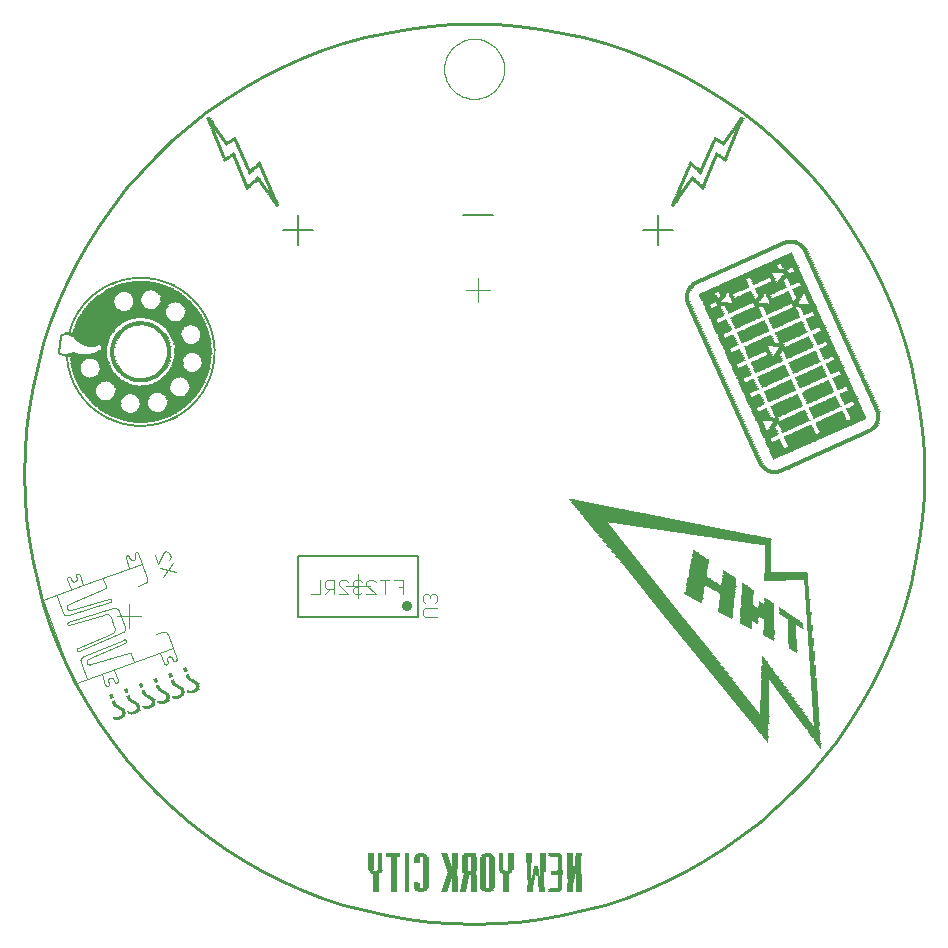
<source format=gbo>
G75*
G70*
%OFA0B0*%
%FSLAX24Y24*%
%IPPOS*%
%LPD*%
%AMOC8*
5,1,8,0,0,1.08239X$1,22.5*
%
%ADD10C,0.0100*%
%ADD11C,0.0000*%
%ADD12R,0.0167X0.0033*%
%ADD13R,0.0133X0.0033*%
%ADD14R,0.0233X0.0033*%
%ADD15R,0.0167X0.0033*%
%ADD16R,0.0400X0.0033*%
%ADD17R,0.0167X0.0033*%
%ADD18R,0.0133X0.0033*%
%ADD19R,0.0367X0.0033*%
%ADD20R,0.0167X0.0033*%
%ADD21R,0.0433X0.0033*%
%ADD22R,0.0400X0.0033*%
%ADD23R,0.0200X0.0033*%
%ADD24R,0.0467X0.0033*%
%ADD25R,0.0467X0.0033*%
%ADD26R,0.0200X0.0033*%
%ADD27R,0.0433X0.0033*%
%ADD28R,0.0233X0.0033*%
%ADD29R,0.0233X0.0033*%
%ADD30R,0.0233X0.0033*%
%ADD31R,0.0267X0.0033*%
%ADD32R,0.0267X0.0033*%
%ADD33R,0.0267X0.0033*%
%ADD34R,0.0133X0.0033*%
%ADD35R,0.0100X0.0033*%
%ADD36R,0.0133X0.0033*%
%ADD37R,0.0100X0.0033*%
%ADD38R,0.0267X0.0033*%
%ADD39R,0.0333X0.0033*%
%ADD40R,0.0433X0.0033*%
%ADD41R,0.0333X0.0033*%
%ADD42R,0.0367X0.0033*%
%ADD43R,0.0300X0.0033*%
%ADD44R,0.0467X0.0033*%
%ADD45R,0.0467X0.0033*%
%ADD46R,0.0333X0.0033*%
%ADD47R,0.0033X0.0033*%
%ADD48R,0.0067X0.0033*%
%ADD49R,0.0067X0.0033*%
%ADD50R,0.0033X0.0033*%
%ADD51R,0.0033X0.0033*%
%ADD52R,0.0067X0.0033*%
%ADD53R,0.0300X0.0033*%
%ADD54R,0.0433X0.0033*%
%ADD55R,0.0500X0.0033*%
%ADD56R,0.0500X0.0033*%
%ADD57R,0.0567X0.0033*%
%ADD58R,0.0600X0.0033*%
%ADD59R,0.0633X0.0033*%
%ADD60R,0.0667X0.0033*%
%ADD61R,0.0667X0.0033*%
%ADD62R,0.0700X0.0033*%
%ADD63R,0.0333X0.0033*%
%ADD64R,0.0733X0.0033*%
%ADD65R,0.0767X0.0033*%
%ADD66R,0.0800X0.0033*%
%ADD67R,0.0800X0.0033*%
%ADD68R,0.0533X0.0033*%
%ADD69R,0.0067X0.0033*%
%ADD70R,0.0533X0.0033*%
%ADD71R,0.0533X0.0033*%
%ADD72R,0.0533X0.0033*%
%ADD73R,0.0367X0.0033*%
%ADD74R,0.0367X0.0033*%
%ADD75R,0.0567X0.0033*%
%ADD76R,0.0633X0.0033*%
%ADD77R,0.0600X0.0033*%
%ADD78R,0.0567X0.0033*%
%ADD79R,0.0567X0.0033*%
%ADD80R,0.1133X0.0033*%
%ADD81R,0.1133X0.0033*%
%ADD82R,0.0633X0.0033*%
%ADD83R,0.0667X0.0033*%
%ADD84R,0.0633X0.0033*%
%ADD85R,0.0900X0.0033*%
%ADD86R,0.0967X0.0033*%
%ADD87R,0.1667X0.0033*%
%ADD88R,0.1100X0.0033*%
%ADD89R,0.1067X0.0033*%
%ADD90R,0.0967X0.0033*%
%ADD91R,0.0867X0.0033*%
%ADD92R,0.0733X0.0033*%
%ADD93R,0.1467X0.0033*%
%ADD94R,0.0767X0.0033*%
%ADD95R,0.1467X0.0033*%
%ADD96R,0.1433X0.0033*%
%ADD97R,0.0033X0.0033*%
%ADD98R,0.0667X0.0033*%
%ADD99R,0.0867X0.0033*%
%ADD100R,0.1333X0.0033*%
%ADD101R,0.1567X0.0033*%
%ADD102R,0.1767X0.0033*%
%ADD103R,0.1833X0.0033*%
%ADD104R,0.1900X0.0033*%
%ADD105R,0.1967X0.0033*%
%ADD106R,0.2000X0.0033*%
%ADD107R,0.2033X0.0033*%
%ADD108R,0.2100X0.0033*%
%ADD109R,0.2167X0.0033*%
%ADD110R,0.2233X0.0033*%
%ADD111R,0.2267X0.0033*%
%ADD112R,0.2333X0.0033*%
%ADD113R,0.2400X0.0033*%
%ADD114R,0.2467X0.0033*%
%ADD115R,0.2500X0.0033*%
%ADD116R,0.2567X0.0033*%
%ADD117R,0.2633X0.0033*%
%ADD118R,0.2700X0.0033*%
%ADD119R,0.3267X0.0033*%
%ADD120R,0.3133X0.0033*%
%ADD121R,0.3000X0.0033*%
%ADD122R,0.2867X0.0033*%
%ADD123R,0.2700X0.0033*%
%ADD124R,0.2567X0.0033*%
%ADD125R,0.2433X0.0033*%
%ADD126R,0.2300X0.0033*%
%ADD127R,0.2000X0.0033*%
%ADD128R,0.1833X0.0033*%
%ADD129R,0.1700X0.0033*%
%ADD130R,0.1433X0.0033*%
%ADD131R,0.1300X0.0033*%
%ADD132R,0.1000X0.0033*%
%ADD133R,0.0867X0.0033*%
%ADD134R,0.0833X0.0033*%
%ADD135R,0.1033X0.0033*%
%ADD136R,0.0700X0.0033*%
%ADD137R,0.1267X0.0033*%
%ADD138R,0.1333X0.0033*%
%ADD139R,0.1400X0.0033*%
%ADD140R,0.1400X0.0033*%
%ADD141R,0.0833X0.0033*%
%ADD142R,0.1067X0.0033*%
%ADD143R,0.1167X0.0033*%
%ADD144R,0.1267X0.0033*%
%ADD145R,0.0867X0.0033*%
%ADD146R,0.1333X0.0033*%
%ADD147R,0.0933X0.0033*%
%ADD148R,0.1200X0.0033*%
%ADD149R,0.1233X0.0033*%
%ADD150R,0.0967X0.0033*%
%ADD151R,0.1433X0.0033*%
%ADD152R,0.1633X0.0033*%
%ADD153R,0.1833X0.0033*%
%ADD154R,0.1967X0.0033*%
%ADD155R,0.2233X0.0033*%
%ADD156R,0.2367X0.0033*%
%ADD157R,0.0767X0.0033*%
%ADD158R,0.0833X0.0033*%
%ADD159R,0.0900X0.0033*%
%ADD160R,0.0933X0.0033*%
%ADD161R,0.0967X0.0033*%
%ADD162R,0.1033X0.0033*%
%ADD163R,0.1000X0.0033*%
%ADD164R,0.0767X0.0033*%
%ADD165R,0.0733X0.0033*%
%ADD166R,0.0733X0.0033*%
%ADD167R,0.0833X0.0033*%
%ADD168R,0.1867X0.0033*%
%ADD169R,0.1033X0.0033*%
%ADD170R,0.1867X0.0033*%
%ADD171R,0.0933X0.0033*%
%ADD172R,0.1867X0.0033*%
%ADD173R,0.1867X0.0033*%
%ADD174R,0.1533X0.0033*%
%ADD175R,0.1500X0.0033*%
%ADD176R,0.1367X0.0033*%
%ADD177R,0.1267X0.0033*%
%ADD178R,0.1233X0.0033*%
%ADD179R,0.1500X0.0033*%
%ADD180R,0.1600X0.0033*%
%ADD181R,0.1267X0.0033*%
%ADD182R,0.1100X0.0033*%
%ADD183R,0.1233X0.0033*%
%ADD184R,0.1167X0.0033*%
%ADD185R,0.0933X0.0033*%
%ADD186R,0.1133X0.0033*%
%ADD187R,0.1633X0.0033*%
%ADD188R,0.1367X0.0033*%
%ADD189R,0.1367X0.0033*%
%ADD190R,0.1433X0.0033*%
%ADD191R,0.1533X0.0033*%
%ADD192R,0.1567X0.0033*%
%ADD193R,0.1600X0.0033*%
%ADD194R,0.1700X0.0033*%
%ADD195R,0.1800X0.0033*%
%ADD196R,0.1933X0.0033*%
%ADD197R,0.3000X0.0033*%
%ADD198R,0.2933X0.0033*%
%ADD199R,0.2900X0.0033*%
%ADD200R,0.2833X0.0033*%
%ADD201R,0.2833X0.0033*%
%ADD202R,0.2800X0.0033*%
%ADD203R,0.1300X0.0033*%
%ADD204R,0.1167X0.0033*%
%ADD205R,0.1133X0.0033*%
%ADD206R,0.1067X0.0033*%
%ADD207R,0.1200X0.0033*%
%ADD208R,0.2267X0.0033*%
%ADD209R,0.2167X0.0033*%
%ADD210R,0.2033X0.0033*%
%ADD211R,0.1833X0.0033*%
%ADD212R,0.1033X0.0033*%
%ADD213C,0.0080*%
%ADD214C,0.0040*%
%ADD215C,0.0348*%
%ADD216C,0.0050*%
D10*
X000563Y015439D02*
X000581Y016175D01*
X000635Y016909D01*
X000725Y017640D01*
X000851Y018365D01*
X001013Y019084D01*
X001209Y019793D01*
X001440Y020492D01*
X001705Y021179D01*
X002003Y021852D01*
X002334Y022510D01*
X002697Y023151D01*
X003091Y023773D01*
X003515Y024374D01*
X003968Y024955D01*
X004449Y025512D01*
X004956Y026046D01*
X005490Y026553D01*
X006047Y027034D01*
X006628Y027487D01*
X007229Y027911D01*
X007851Y028305D01*
X008492Y028668D01*
X009150Y028999D01*
X009823Y029297D01*
X010510Y029562D01*
X011209Y029793D01*
X011918Y029989D01*
X012637Y030151D01*
X013362Y030277D01*
X014093Y030367D01*
X014827Y030421D01*
X015563Y030439D01*
X016299Y030421D01*
X017033Y030367D01*
X017764Y030277D01*
X018489Y030151D01*
X019208Y029989D01*
X019917Y029793D01*
X020616Y029562D01*
X021303Y029297D01*
X021976Y028999D01*
X022634Y028668D01*
X023275Y028305D01*
X023897Y027911D01*
X024498Y027487D01*
X025079Y027034D01*
X025636Y026553D01*
X026170Y026046D01*
X026677Y025512D01*
X027158Y024955D01*
X027611Y024374D01*
X028035Y023773D01*
X028429Y023151D01*
X028792Y022510D01*
X029123Y021852D01*
X029421Y021179D01*
X029686Y020492D01*
X029917Y019793D01*
X030113Y019084D01*
X030275Y018365D01*
X030401Y017640D01*
X030491Y016909D01*
X030545Y016175D01*
X030563Y015439D01*
X030545Y014703D01*
X030491Y013969D01*
X030401Y013238D01*
X030275Y012513D01*
X030113Y011794D01*
X029917Y011085D01*
X029686Y010386D01*
X029421Y009699D01*
X029123Y009026D01*
X028792Y008368D01*
X028429Y007727D01*
X028035Y007105D01*
X027611Y006504D01*
X027158Y005923D01*
X026677Y005366D01*
X026170Y004832D01*
X025636Y004325D01*
X025079Y003844D01*
X024498Y003391D01*
X023897Y002967D01*
X023275Y002573D01*
X022634Y002210D01*
X021976Y001879D01*
X021303Y001581D01*
X020616Y001316D01*
X019917Y001085D01*
X019208Y000889D01*
X018489Y000727D01*
X017764Y000601D01*
X017033Y000511D01*
X016299Y000457D01*
X015563Y000439D01*
X014827Y000457D01*
X014093Y000511D01*
X013362Y000601D01*
X012637Y000727D01*
X011918Y000889D01*
X011209Y001085D01*
X010510Y001316D01*
X009823Y001581D01*
X009150Y001879D01*
X008492Y002210D01*
X007851Y002573D01*
X007229Y002967D01*
X006628Y003391D01*
X006047Y003844D01*
X005490Y004325D01*
X004956Y004832D01*
X004449Y005366D01*
X003968Y005923D01*
X003515Y006504D01*
X003091Y007105D01*
X002697Y007727D01*
X002334Y008368D01*
X002003Y009026D01*
X001705Y009699D01*
X001440Y010386D01*
X001209Y011085D01*
X001013Y011794D01*
X000851Y012513D01*
X000725Y013238D01*
X000635Y013969D01*
X000581Y014703D01*
X000563Y015439D01*
D11*
X004063Y011089D02*
X004063Y010289D01*
X003663Y010689D02*
X004463Y010689D01*
X011288Y011689D02*
X012088Y011689D01*
X011688Y011289D02*
X011688Y012089D01*
X015688Y021164D02*
X015688Y021964D01*
X015288Y021564D02*
X016088Y021564D01*
X014563Y028939D02*
X014565Y029002D01*
X014571Y029064D01*
X014581Y029126D01*
X014594Y029188D01*
X014612Y029248D01*
X014633Y029307D01*
X014658Y029365D01*
X014687Y029421D01*
X014719Y029475D01*
X014754Y029527D01*
X014792Y029576D01*
X014834Y029624D01*
X014878Y029668D01*
X014926Y029710D01*
X014975Y029748D01*
X015027Y029783D01*
X015081Y029815D01*
X015137Y029844D01*
X015195Y029869D01*
X015254Y029890D01*
X015314Y029908D01*
X015376Y029921D01*
X015438Y029931D01*
X015500Y029937D01*
X015563Y029939D01*
X015626Y029937D01*
X015688Y029931D01*
X015750Y029921D01*
X015812Y029908D01*
X015872Y029890D01*
X015931Y029869D01*
X015989Y029844D01*
X016045Y029815D01*
X016099Y029783D01*
X016151Y029748D01*
X016200Y029710D01*
X016248Y029668D01*
X016292Y029624D01*
X016334Y029576D01*
X016372Y029527D01*
X016407Y029475D01*
X016439Y029421D01*
X016468Y029365D01*
X016493Y029307D01*
X016514Y029248D01*
X016532Y029188D01*
X016545Y029126D01*
X016555Y029064D01*
X016561Y029002D01*
X016563Y028939D01*
X016561Y028876D01*
X016555Y028814D01*
X016545Y028752D01*
X016532Y028690D01*
X016514Y028630D01*
X016493Y028571D01*
X016468Y028513D01*
X016439Y028457D01*
X016407Y028403D01*
X016372Y028351D01*
X016334Y028302D01*
X016292Y028254D01*
X016248Y028210D01*
X016200Y028168D01*
X016151Y028130D01*
X016099Y028095D01*
X016045Y028063D01*
X015989Y028034D01*
X015931Y028009D01*
X015872Y027988D01*
X015812Y027970D01*
X015750Y027957D01*
X015688Y027947D01*
X015626Y027941D01*
X015563Y027939D01*
X015500Y027941D01*
X015438Y027947D01*
X015376Y027957D01*
X015314Y027970D01*
X015254Y027988D01*
X015195Y028009D01*
X015137Y028034D01*
X015081Y028063D01*
X015027Y028095D01*
X014975Y028130D01*
X014926Y028168D01*
X014878Y028210D01*
X014834Y028254D01*
X014792Y028302D01*
X014754Y028351D01*
X014719Y028403D01*
X014687Y028457D01*
X014658Y028513D01*
X014633Y028571D01*
X014612Y028630D01*
X014594Y028690D01*
X014581Y028752D01*
X014571Y028814D01*
X014565Y028876D01*
X014563Y028939D01*
D12*
X008221Y025614D03*
X008121Y025514D03*
X007288Y025914D03*
X005188Y020114D03*
X005388Y019314D03*
X005321Y019114D03*
X005188Y018914D03*
X003721Y018914D03*
X003588Y019114D03*
X005588Y017314D03*
X005588Y008414D03*
X005288Y008114D03*
X004821Y007714D03*
X003621Y007714D03*
X012121Y002714D03*
X012121Y002614D03*
X012121Y002514D03*
X012121Y002414D03*
X012121Y002314D03*
X012421Y002214D03*
X012288Y002014D03*
X012288Y001914D03*
X012288Y001814D03*
X012288Y001714D03*
X012288Y001614D03*
X012288Y001514D03*
X012888Y001514D03*
X012888Y001614D03*
X012888Y001714D03*
X012888Y001814D03*
X012888Y001914D03*
X012888Y002014D03*
X012888Y002114D03*
X012888Y002214D03*
X012888Y002314D03*
X012888Y002414D03*
X012888Y002514D03*
X012888Y002614D03*
X014588Y002714D03*
X014621Y002614D03*
X014688Y002414D03*
X014721Y002314D03*
X014921Y002314D03*
X014921Y002414D03*
X014921Y002514D03*
X014921Y002614D03*
X014921Y002714D03*
X014921Y002014D03*
X014921Y001914D03*
X014921Y001814D03*
X014921Y001714D03*
X014921Y001614D03*
X014921Y001514D03*
X015188Y001514D03*
X015221Y001614D03*
X015221Y001714D03*
X015288Y002014D03*
X014721Y002014D03*
X014688Y001914D03*
X014621Y001714D03*
X014588Y001614D03*
X016488Y002214D03*
X016621Y002014D03*
X016621Y001914D03*
X016621Y001814D03*
X016621Y001714D03*
X016621Y001614D03*
X016621Y001514D03*
X017421Y001514D03*
X017821Y001514D03*
X017821Y001614D03*
X017621Y002214D03*
X017388Y002514D03*
X017388Y002614D03*
X017388Y002714D03*
X016788Y002714D03*
X016788Y002614D03*
X016788Y002514D03*
X016788Y002414D03*
X016788Y002314D03*
X018421Y002214D03*
X027021Y006514D03*
X026988Y007114D03*
X026921Y007814D03*
X026921Y007914D03*
X026921Y008014D03*
X026921Y008114D03*
X026888Y008214D03*
X026888Y008314D03*
X026888Y008414D03*
X026888Y008514D03*
X026888Y008614D03*
X026821Y009214D03*
X026821Y009314D03*
X026821Y009414D03*
X026821Y009514D03*
X026788Y009714D03*
X026788Y009814D03*
X026788Y009914D03*
X026721Y010814D03*
X025321Y011214D03*
X024588Y011714D03*
X024921Y016214D03*
X024821Y016414D03*
X024788Y016514D03*
X024688Y016714D03*
X024421Y017314D03*
X024288Y017614D03*
X024021Y018214D03*
X023921Y018414D03*
X023788Y018714D03*
X023521Y019314D03*
X023421Y019514D03*
X023388Y019614D03*
X023288Y019814D03*
X023021Y020414D03*
X022888Y020714D03*
X023821Y021314D03*
X024321Y020314D03*
X025421Y020014D03*
X025588Y020314D03*
X025721Y019514D03*
X025421Y019414D03*
X026721Y017814D03*
X027521Y018814D03*
X028121Y019514D03*
X027988Y019814D03*
X027721Y020414D03*
X027621Y020614D03*
X027588Y020714D03*
X027488Y020914D03*
X027221Y021514D03*
X027088Y021814D03*
X026988Y022014D03*
X026821Y022414D03*
X026721Y022614D03*
X026588Y022914D03*
X025821Y021914D03*
X025388Y021414D03*
X025088Y021314D03*
X026321Y021214D03*
X026388Y021314D03*
X028388Y018914D03*
X028488Y018714D03*
X028621Y018414D03*
X028888Y017814D03*
X029021Y017514D03*
X028988Y017114D03*
X028921Y017014D03*
X025588Y017114D03*
X025521Y017014D03*
X023088Y025514D03*
X022988Y025614D03*
X023921Y025914D03*
D13*
X024071Y026214D03*
X024238Y026614D03*
X024271Y026714D03*
X024071Y026714D03*
X023638Y026614D03*
X023571Y026514D03*
X023438Y026214D03*
X023538Y025814D03*
X023471Y025614D03*
X023171Y025614D03*
X023338Y025314D03*
X023038Y025114D03*
X022638Y025014D03*
X022571Y024914D03*
X022638Y025414D03*
X022671Y025514D03*
X025538Y021914D03*
X026671Y022714D03*
X026638Y022814D03*
X026771Y022514D03*
X027038Y021914D03*
X027138Y021714D03*
X027171Y021614D03*
X027271Y021414D03*
X027438Y021014D03*
X027538Y020814D03*
X027671Y020514D03*
X027938Y019914D03*
X028038Y019714D03*
X028071Y019614D03*
X028171Y019414D03*
X028438Y018814D03*
X028538Y018614D03*
X028571Y018514D03*
X028671Y018314D03*
X028838Y017914D03*
X028938Y017714D03*
X028971Y017614D03*
X029038Y017414D03*
X029038Y017314D03*
X029038Y017214D03*
X027338Y018514D03*
X027138Y019014D03*
X026938Y017314D03*
X024971Y016114D03*
X024871Y016314D03*
X024738Y016614D03*
X024638Y016814D03*
X024471Y017214D03*
X024371Y017414D03*
X024338Y017514D03*
X024238Y017714D03*
X023971Y018314D03*
X023871Y018514D03*
X023838Y018614D03*
X023738Y018814D03*
X023571Y019214D03*
X023471Y019414D03*
X023338Y019714D03*
X023071Y020314D03*
X022971Y020514D03*
X022938Y020614D03*
X022838Y020814D03*
X022671Y021214D03*
X022671Y021314D03*
X022671Y021414D03*
X024138Y021414D03*
X024171Y021314D03*
X024771Y019314D03*
X026638Y011814D03*
X026671Y011614D03*
X026671Y011514D03*
X026671Y011414D03*
X026671Y011314D03*
X026738Y010714D03*
X026738Y010614D03*
X026738Y010514D03*
X026738Y010414D03*
X026771Y010114D03*
X026771Y010014D03*
X026838Y009114D03*
X025238Y009214D03*
X024771Y010314D03*
X025138Y011114D03*
X027071Y006414D03*
X018438Y002614D03*
X018438Y002514D03*
X018438Y002414D03*
X018438Y002314D03*
X018438Y002014D03*
X018438Y001914D03*
X018438Y001814D03*
X018438Y001714D03*
X017838Y002114D03*
X017638Y002314D03*
X016771Y002214D03*
X016471Y002314D03*
X016471Y002414D03*
X016471Y002514D03*
X016471Y002614D03*
X016471Y002714D03*
X013638Y001814D03*
X013338Y001814D03*
X013338Y001714D03*
X013338Y001614D03*
X013338Y001514D03*
X013338Y001914D03*
X013338Y002014D03*
X013338Y002114D03*
X013338Y002214D03*
X013338Y002314D03*
X013338Y002414D03*
X013338Y002514D03*
X013338Y002614D03*
X013338Y002714D03*
X012438Y002714D03*
X012438Y002614D03*
X012438Y002514D03*
X012438Y002414D03*
X012438Y002314D03*
X012138Y002214D03*
X006338Y008414D03*
X006071Y008614D03*
X005938Y008914D03*
X005471Y008714D03*
X005538Y008514D03*
X005371Y008014D03*
X005338Y007914D03*
X005038Y008314D03*
X004971Y008514D03*
X004471Y008414D03*
X004571Y008114D03*
X004371Y007714D03*
X004038Y008014D03*
X003971Y008214D03*
X003571Y007814D03*
X003338Y017314D03*
X003538Y019314D03*
X003538Y019714D03*
X003571Y019814D03*
X003038Y021514D03*
X003371Y021714D03*
X005371Y019714D03*
X005738Y021614D03*
X005538Y021714D03*
X008171Y025114D03*
X007871Y025314D03*
X007738Y025614D03*
X007671Y025814D03*
X007771Y026214D03*
X007638Y026514D03*
X007571Y026614D03*
X007138Y026714D03*
X006971Y026614D03*
X006938Y026714D03*
X007138Y026214D03*
X008038Y025614D03*
X008538Y025514D03*
X008571Y025414D03*
X008571Y025014D03*
X008638Y024914D03*
X005771Y017414D03*
D14*
X003221Y019614D03*
X008821Y024714D03*
X008388Y025714D03*
X006921Y026914D03*
X022388Y024714D03*
X022821Y025714D03*
X024288Y026914D03*
X026321Y022214D03*
X026688Y021414D03*
X026721Y021314D03*
X026821Y021114D03*
X026988Y020714D03*
X027221Y020214D03*
X027321Y019314D03*
X027621Y019314D03*
X028088Y018314D03*
X028121Y018214D03*
X027988Y017814D03*
X026288Y018014D03*
X025121Y017114D03*
X024888Y017614D03*
X024788Y018514D03*
X024488Y018514D03*
X024588Y019014D03*
X024021Y019514D03*
X025388Y020814D03*
X025121Y021414D03*
X025388Y016514D03*
X026988Y006614D03*
X019021Y002514D03*
X019021Y002414D03*
X018788Y001914D03*
X018788Y001814D03*
X017788Y001914D03*
X017788Y002014D03*
X016021Y001514D03*
X013788Y001514D03*
X006221Y008514D03*
X004288Y007514D03*
X003788Y007614D03*
D15*
X004854Y007914D03*
X013654Y002614D03*
X013654Y002514D03*
X013954Y002514D03*
X013954Y002614D03*
X013954Y002414D03*
X013954Y002314D03*
X013954Y002214D03*
X013954Y002114D03*
X013954Y002014D03*
X013954Y001914D03*
X013954Y001814D03*
X013954Y001714D03*
X013654Y001714D03*
X014554Y001514D03*
X014654Y001814D03*
X015254Y001814D03*
X015254Y001914D03*
X015254Y002214D03*
X015254Y002314D03*
X015254Y002414D03*
X015254Y002514D03*
X015254Y002614D03*
X015554Y002614D03*
X015554Y002514D03*
X015554Y002414D03*
X015554Y002314D03*
X015554Y002214D03*
X015554Y002014D03*
X015554Y001914D03*
X015554Y001814D03*
X015554Y001714D03*
X015554Y001614D03*
X015554Y001514D03*
X015854Y001714D03*
X015854Y001814D03*
X015854Y001914D03*
X015854Y002014D03*
X015854Y002114D03*
X015854Y002214D03*
X015854Y002314D03*
X015854Y002414D03*
X015854Y002514D03*
X015854Y002614D03*
X016154Y002614D03*
X016154Y002514D03*
X016154Y002414D03*
X016154Y002314D03*
X016154Y002214D03*
X016154Y002114D03*
X016154Y002014D03*
X016154Y001914D03*
X016154Y001814D03*
X016154Y001714D03*
X014654Y002514D03*
X017854Y002514D03*
X017854Y002614D03*
X017854Y002714D03*
X017854Y002414D03*
X017854Y002314D03*
X017854Y002214D03*
X018754Y002214D03*
X018754Y002314D03*
X018754Y002414D03*
X018754Y002514D03*
X018754Y002614D03*
X018754Y002714D03*
X019054Y002714D03*
X019054Y002014D03*
X019054Y001914D03*
X019054Y001814D03*
X019054Y001714D03*
X019054Y001614D03*
X019054Y001514D03*
X018754Y001514D03*
X018754Y001614D03*
X026954Y007414D03*
X026954Y007514D03*
X026954Y007614D03*
X026854Y008714D03*
X026854Y008814D03*
X026854Y008914D03*
X026854Y009014D03*
X026754Y010214D03*
X026754Y010314D03*
X024954Y010514D03*
X022954Y012814D03*
X025154Y015714D03*
X025054Y015914D03*
X024554Y017014D03*
X024154Y017914D03*
X024054Y018114D03*
X023654Y019014D03*
X023254Y019914D03*
X023154Y020114D03*
X022754Y021014D03*
X022754Y021614D03*
X026054Y019314D03*
X025854Y019014D03*
X026254Y018814D03*
X027854Y020114D03*
X027754Y020314D03*
X027354Y021214D03*
X026954Y022114D03*
X026854Y022314D03*
X028254Y019214D03*
X028354Y019014D03*
X028754Y018114D03*
X024454Y027214D03*
X006754Y027214D03*
X005254Y020014D03*
X005354Y019814D03*
X005354Y019214D03*
X005254Y019014D03*
X003654Y019014D03*
X003554Y019214D03*
X003654Y020014D03*
X003554Y017214D03*
D16*
X004438Y017014D03*
X004571Y017614D03*
X003171Y019214D03*
X002304Y019114D03*
X004371Y021014D03*
X005271Y021114D03*
X005971Y021114D03*
X006071Y021014D03*
X005604Y020114D03*
X006238Y018214D03*
X006171Y018114D03*
X013804Y002714D03*
X016004Y002714D03*
X018238Y001514D03*
X025338Y008914D03*
X025371Y010614D03*
X024671Y011114D03*
X024671Y011214D03*
X024671Y011314D03*
X024704Y011514D03*
X026238Y010514D03*
X026904Y006814D03*
X026338Y018914D03*
X024871Y019414D03*
X024404Y020414D03*
X024171Y020914D03*
X024904Y020914D03*
D17*
X025121Y021347D03*
X025121Y021381D03*
X025388Y021347D03*
X024921Y021781D03*
X025521Y021947D03*
X025888Y021981D03*
X026688Y022681D03*
X026621Y022847D03*
X026521Y022981D03*
X026788Y022481D03*
X026888Y022247D03*
X026921Y022181D03*
X027021Y021947D03*
X027121Y021747D03*
X027188Y021581D03*
X027288Y021381D03*
X027288Y021347D03*
X027321Y021281D03*
X027388Y021147D03*
X027421Y021081D03*
X027521Y020847D03*
X027688Y020481D03*
X027788Y020247D03*
X027821Y020181D03*
X027888Y020047D03*
X027921Y019947D03*
X028021Y019747D03*
X028088Y019581D03*
X028188Y019381D03*
X028221Y019281D03*
X028288Y019147D03*
X028321Y019081D03*
X028421Y018847D03*
X028588Y018481D03*
X028688Y018247D03*
X028721Y018181D03*
X028788Y018047D03*
X028821Y017981D03*
X028921Y017747D03*
X028988Y017581D03*
X028888Y016981D03*
X026488Y018347D03*
X027288Y019281D03*
X026888Y019481D03*
X027088Y019781D03*
X026621Y020781D03*
X025721Y019481D03*
X025688Y019447D03*
X025388Y019481D03*
X024821Y018547D03*
X025221Y018347D03*
X025688Y017347D03*
X025888Y016847D03*
X024988Y016047D03*
X025021Y015981D03*
X025088Y015847D03*
X025121Y015781D03*
X025188Y015681D03*
X024888Y016281D03*
X024721Y016647D03*
X024621Y016881D03*
X024588Y016947D03*
X024521Y017081D03*
X024488Y017181D03*
X024388Y017381D03*
X024321Y017547D03*
X024221Y017747D03*
X024188Y017847D03*
X024121Y017981D03*
X024088Y018047D03*
X023988Y018281D03*
X023888Y018481D03*
X023821Y018647D03*
X023721Y018881D03*
X023688Y018947D03*
X023621Y019081D03*
X023588Y019147D03*
X023488Y019381D03*
X023321Y019747D03*
X023221Y019981D03*
X023188Y020047D03*
X023121Y020181D03*
X023088Y020281D03*
X022988Y020481D03*
X022921Y020647D03*
X022821Y020847D03*
X022788Y020947D03*
X022721Y021081D03*
X022688Y021181D03*
X022721Y021547D03*
X022788Y021647D03*
X023788Y021281D03*
X022288Y024547D03*
X022988Y025147D03*
X023188Y024981D03*
X023688Y026081D03*
X024421Y027147D03*
X024421Y027181D03*
X024488Y027281D03*
X018821Y014581D03*
X025488Y009947D03*
X025821Y010881D03*
X026721Y010781D03*
X026721Y010747D03*
X026688Y011247D03*
X026788Y009947D03*
X026788Y009881D03*
X026788Y009847D03*
X026788Y009781D03*
X026788Y009747D03*
X026821Y009481D03*
X026821Y009447D03*
X026821Y009381D03*
X026821Y009347D03*
X026821Y009281D03*
X026821Y009247D03*
X026888Y008581D03*
X026888Y008547D03*
X026888Y008481D03*
X026888Y008447D03*
X026888Y008381D03*
X026888Y008347D03*
X026888Y008281D03*
X026888Y008247D03*
X026921Y008181D03*
X026921Y008147D03*
X026921Y008081D03*
X026921Y008047D03*
X026921Y007981D03*
X026921Y007947D03*
X026921Y007881D03*
X026921Y007847D03*
X026921Y007781D03*
X026988Y007147D03*
X026988Y007081D03*
X026988Y007047D03*
X025288Y006681D03*
X025288Y006647D03*
X017621Y002247D03*
X017388Y002481D03*
X017388Y002547D03*
X017388Y002581D03*
X017388Y002647D03*
X017388Y002681D03*
X017388Y002747D03*
X017388Y002781D03*
X016788Y002781D03*
X016788Y002747D03*
X016788Y002681D03*
X016788Y002647D03*
X016788Y002581D03*
X016788Y002547D03*
X016788Y002481D03*
X016788Y002447D03*
X016788Y002381D03*
X016788Y002347D03*
X016788Y002281D03*
X016788Y002247D03*
X016621Y002081D03*
X016621Y002047D03*
X016621Y001981D03*
X016621Y001947D03*
X016621Y001881D03*
X016621Y001847D03*
X016621Y001781D03*
X016621Y001747D03*
X016621Y001681D03*
X016621Y001647D03*
X016621Y001581D03*
X016621Y001547D03*
X017421Y001547D03*
X017821Y001547D03*
X017821Y001581D03*
X017821Y001647D03*
X015288Y001947D03*
X015288Y001981D03*
X015288Y002047D03*
X015221Y001747D03*
X015221Y001681D03*
X015221Y001647D03*
X015188Y001581D03*
X015188Y001547D03*
X014921Y001547D03*
X014921Y001581D03*
X014921Y001647D03*
X014921Y001681D03*
X014921Y001747D03*
X014921Y001781D03*
X014921Y001847D03*
X014921Y001881D03*
X014921Y001947D03*
X014921Y001981D03*
X014721Y001981D03*
X014721Y001947D03*
X014688Y001881D03*
X014688Y001847D03*
X014621Y001681D03*
X014621Y001647D03*
X014588Y001581D03*
X014588Y001547D03*
X014721Y002281D03*
X014721Y002347D03*
X014688Y002381D03*
X014688Y002447D03*
X014621Y002581D03*
X014621Y002647D03*
X014588Y002681D03*
X014588Y002747D03*
X014921Y002747D03*
X014921Y002781D03*
X014921Y002681D03*
X014921Y002647D03*
X014921Y002581D03*
X014921Y002547D03*
X014921Y002481D03*
X014921Y002447D03*
X014921Y002381D03*
X014921Y002347D03*
X014921Y002281D03*
X012888Y002281D03*
X012888Y002247D03*
X012888Y002181D03*
X012888Y002147D03*
X012888Y002081D03*
X012888Y002047D03*
X012888Y001981D03*
X012888Y001947D03*
X012888Y001881D03*
X012888Y001847D03*
X012888Y001781D03*
X012888Y001747D03*
X012888Y001681D03*
X012888Y001647D03*
X012888Y001581D03*
X012888Y001547D03*
X012288Y001547D03*
X012288Y001581D03*
X012288Y001647D03*
X012288Y001681D03*
X012288Y001747D03*
X012288Y001781D03*
X012288Y001847D03*
X012288Y001881D03*
X012288Y001947D03*
X012288Y001981D03*
X012288Y002047D03*
X012288Y002081D03*
X012121Y002247D03*
X012121Y002281D03*
X012121Y002347D03*
X012121Y002381D03*
X012121Y002447D03*
X012121Y002481D03*
X012121Y002547D03*
X012121Y002581D03*
X012121Y002647D03*
X012121Y002681D03*
X012121Y002747D03*
X012121Y002781D03*
X012888Y002647D03*
X012888Y002581D03*
X012888Y002547D03*
X012888Y002481D03*
X012888Y002447D03*
X012888Y002381D03*
X012888Y002347D03*
X006321Y008247D03*
X006321Y008447D03*
X006121Y008581D03*
X005788Y008281D03*
X005788Y008047D03*
X005621Y007947D03*
X005321Y007881D03*
X004121Y007881D03*
X003821Y007581D03*
X003821Y007347D03*
X003388Y017281D03*
X003688Y018947D03*
X003621Y019047D03*
X003521Y019347D03*
X003521Y019647D03*
X003588Y019881D03*
X003621Y019947D03*
X003688Y020047D03*
X005221Y020047D03*
X005221Y020081D03*
X005288Y019981D03*
X005288Y019947D03*
X005321Y019881D03*
X005388Y019681D03*
X005288Y019047D03*
X005221Y018947D03*
X005521Y017281D03*
X001888Y020081D03*
X003521Y021781D03*
X005388Y021781D03*
X005488Y021747D03*
X008021Y024981D03*
X008221Y025147D03*
X008921Y024547D03*
X007521Y026081D03*
X006788Y027147D03*
X006788Y027181D03*
X006721Y027281D03*
D18*
X006738Y027247D03*
X007038Y026847D03*
X007071Y026781D03*
X007138Y026681D03*
X007171Y026647D03*
X007238Y026547D03*
X007038Y026481D03*
X007071Y026381D03*
X007171Y026147D03*
X007271Y025881D03*
X007638Y025881D03*
X007671Y025781D03*
X007738Y025647D03*
X007771Y025547D03*
X007838Y025381D03*
X007938Y025147D03*
X008438Y025181D03*
X008471Y025147D03*
X008538Y025047D03*
X008571Y024981D03*
X008738Y025047D03*
X008771Y024981D03*
X008771Y024947D03*
X008671Y025181D03*
X008638Y025247D03*
X008638Y025281D03*
X008538Y025481D03*
X008471Y025647D03*
X007971Y025747D03*
X007971Y025781D03*
X007938Y025847D03*
X007871Y025981D03*
X007838Y026047D03*
X007838Y026081D03*
X007738Y026281D03*
X007671Y026447D03*
X006971Y026647D03*
X008971Y024447D03*
X005971Y021447D03*
X005838Y021547D03*
X005671Y021647D03*
X005338Y019847D03*
X005371Y019781D03*
X005371Y019747D03*
X005371Y019281D03*
X005371Y019247D03*
X005338Y019147D03*
X005871Y017481D03*
X005638Y017347D03*
X003571Y019147D03*
X003571Y019181D03*
X003538Y019247D03*
X003538Y019281D03*
X003538Y019681D03*
X003538Y019747D03*
X003571Y019847D03*
X001838Y020047D03*
X001771Y019447D03*
X003138Y021581D03*
X003238Y021647D03*
X003271Y017347D03*
X005938Y008947D03*
X005971Y008881D03*
X006038Y008681D03*
X006038Y008647D03*
X006371Y008347D03*
X006338Y008281D03*
X005871Y008181D03*
X005871Y008147D03*
X005838Y008081D03*
X005838Y008247D03*
X005571Y008447D03*
X005538Y008481D03*
X005471Y008681D03*
X005438Y008747D03*
X004971Y008547D03*
X004938Y008581D03*
X005038Y008347D03*
X005071Y008281D03*
X005338Y008081D03*
X005371Y008047D03*
X005371Y007981D03*
X005371Y007947D03*
X004871Y007881D03*
X004871Y007781D03*
X004871Y007747D03*
X004571Y008147D03*
X004471Y008381D03*
X003971Y008247D03*
X004071Y007947D03*
X004338Y007747D03*
X004371Y007681D03*
X004371Y007581D03*
X003871Y007547D03*
X003871Y007381D03*
X003571Y007781D03*
X003471Y008047D03*
X012438Y002781D03*
X012438Y002747D03*
X012438Y002681D03*
X012438Y002647D03*
X012438Y002581D03*
X012438Y002547D03*
X012438Y002481D03*
X012438Y002447D03*
X012438Y002381D03*
X012438Y002347D03*
X012438Y002281D03*
X012438Y002247D03*
X013338Y002247D03*
X013338Y002281D03*
X013338Y002347D03*
X013338Y002381D03*
X013338Y002447D03*
X013338Y002481D03*
X013338Y002547D03*
X013338Y002581D03*
X013338Y002647D03*
X013338Y002681D03*
X013338Y002747D03*
X013338Y002781D03*
X013338Y002181D03*
X013338Y002147D03*
X013338Y002081D03*
X013338Y002047D03*
X013338Y001981D03*
X013338Y001947D03*
X013338Y001881D03*
X013338Y001847D03*
X013338Y001781D03*
X013338Y001747D03*
X013338Y001681D03*
X013338Y001647D03*
X013338Y001581D03*
X013338Y001547D03*
X016471Y002247D03*
X016471Y002281D03*
X016471Y002347D03*
X016471Y002381D03*
X016471Y002447D03*
X016471Y002481D03*
X016471Y002547D03*
X016471Y002581D03*
X016471Y002647D03*
X016471Y002681D03*
X016471Y002747D03*
X016471Y002781D03*
X017638Y002347D03*
X017638Y002281D03*
X017838Y002147D03*
X017838Y002081D03*
X017838Y002047D03*
X018438Y002047D03*
X018438Y001981D03*
X018438Y001947D03*
X018438Y001881D03*
X018438Y001847D03*
X018438Y001781D03*
X018438Y001747D03*
X018438Y001681D03*
X018438Y001647D03*
X018438Y002247D03*
X018438Y002281D03*
X018438Y002347D03*
X018438Y002381D03*
X018438Y002447D03*
X018438Y002481D03*
X018438Y002547D03*
X018438Y002581D03*
X018438Y002647D03*
X024138Y010647D03*
X023938Y012147D03*
X026638Y011881D03*
X026638Y011847D03*
X026638Y011781D03*
X026638Y011747D03*
X026671Y011681D03*
X026671Y011647D03*
X026671Y011581D03*
X026671Y011547D03*
X026671Y011481D03*
X026671Y011447D03*
X026671Y011381D03*
X026671Y011347D03*
X026671Y011281D03*
X026738Y010681D03*
X026738Y010647D03*
X026738Y010581D03*
X026738Y010547D03*
X026738Y010481D03*
X026738Y010447D03*
X026771Y010181D03*
X026771Y010147D03*
X026771Y010081D03*
X026771Y010047D03*
X026771Y009981D03*
X026471Y010347D03*
X026838Y009181D03*
X026838Y009147D03*
X026838Y009081D03*
X026871Y008681D03*
X026871Y008647D03*
X027038Y006481D03*
X025138Y015747D03*
X025071Y015881D03*
X025038Y015947D03*
X024971Y016081D03*
X024938Y016181D03*
X024838Y016381D03*
X024771Y016547D03*
X024671Y016747D03*
X024638Y016847D03*
X024571Y016981D03*
X024538Y017047D03*
X024438Y017281D03*
X024338Y017481D03*
X024271Y017647D03*
X024171Y017881D03*
X024138Y017947D03*
X024071Y018081D03*
X024038Y018147D03*
X024038Y018181D03*
X023938Y018381D03*
X023871Y018547D03*
X023771Y018747D03*
X023738Y018847D03*
X023671Y018981D03*
X023638Y019047D03*
X023571Y019181D03*
X023538Y019281D03*
X023438Y019481D03*
X023371Y019647D03*
X023271Y019847D03*
X023271Y019881D03*
X023238Y019947D03*
X023171Y020081D03*
X023138Y020147D03*
X023038Y020381D03*
X022938Y020581D03*
X022871Y020747D03*
X022771Y020981D03*
X022738Y021047D03*
X022671Y021247D03*
X022671Y021281D03*
X022671Y021347D03*
X022671Y021381D03*
X022671Y021447D03*
X022738Y021581D03*
X023938Y020547D03*
X024171Y020047D03*
X024371Y019547D03*
X025371Y020781D03*
X025371Y021381D03*
X025538Y021881D03*
X026171Y021747D03*
X026371Y021281D03*
X026238Y020981D03*
X026838Y020247D03*
X027638Y020581D03*
X027571Y020747D03*
X027471Y020947D03*
X027438Y021047D03*
X027371Y021181D03*
X027338Y021247D03*
X027238Y021481D03*
X027138Y021681D03*
X027071Y021847D03*
X026971Y022047D03*
X026971Y022081D03*
X026938Y022147D03*
X026871Y022281D03*
X026838Y022347D03*
X026838Y022381D03*
X026738Y022581D03*
X026671Y022747D03*
X027738Y020381D03*
X027738Y020347D03*
X027771Y020281D03*
X027838Y020147D03*
X027871Y020081D03*
X027971Y019847D03*
X028071Y019647D03*
X028138Y019481D03*
X028238Y019247D03*
X028271Y019181D03*
X028338Y019047D03*
X028371Y018981D03*
X028371Y018947D03*
X028471Y018747D03*
X028538Y018581D03*
X028638Y018381D03*
X028671Y018281D03*
X028738Y018147D03*
X028771Y018081D03*
X028838Y017947D03*
X028871Y017847D03*
X028971Y017647D03*
X029038Y017481D03*
X029038Y017447D03*
X029038Y017381D03*
X029038Y017347D03*
X029038Y017281D03*
X029038Y017247D03*
X028971Y017081D03*
X027971Y017781D03*
X027571Y017981D03*
X025271Y017581D03*
X024138Y021381D03*
X022238Y024447D03*
X022438Y024947D03*
X022438Y024981D03*
X022471Y025047D03*
X022538Y025181D03*
X022571Y025281D03*
X022738Y025147D03*
X022771Y025181D03*
X022671Y025047D03*
X022638Y024981D03*
X023271Y025147D03*
X023371Y025381D03*
X023438Y025547D03*
X023471Y025647D03*
X023538Y025781D03*
X023571Y025881D03*
X023338Y025981D03*
X023371Y026047D03*
X023371Y026081D03*
X023471Y026281D03*
X023538Y026447D03*
X023971Y026547D03*
X024038Y026647D03*
X024071Y026681D03*
X024138Y026781D03*
X024171Y026847D03*
X024238Y026647D03*
X024171Y026481D03*
X024171Y026447D03*
X024138Y026381D03*
X024038Y026147D03*
X023938Y025881D03*
X023271Y025847D03*
X023238Y025781D03*
X023238Y025747D03*
X022738Y025647D03*
X024471Y027247D03*
D19*
X025921Y021381D03*
X027188Y020147D03*
X027621Y019181D03*
X026788Y017881D03*
X026488Y017447D03*
X026688Y016947D03*
X025521Y017947D03*
X024921Y017681D03*
X025888Y015581D03*
X023021Y012681D03*
X023021Y011281D03*
X025388Y010181D03*
X025388Y010147D03*
X025388Y010081D03*
X026221Y010547D03*
X025321Y008947D03*
X025621Y008547D03*
X025688Y008447D03*
X025821Y008247D03*
X026021Y007981D03*
X026121Y007847D03*
X026321Y007581D03*
X026388Y007481D03*
X026488Y007347D03*
X026921Y006781D03*
X018321Y002181D03*
X018321Y002147D03*
X018321Y002081D03*
X016621Y002147D03*
X016021Y001547D03*
X013788Y001547D03*
X012288Y002147D03*
X005188Y007847D03*
X004688Y007681D03*
X003688Y017981D03*
X003288Y018947D03*
X003221Y019147D03*
X003188Y019181D03*
X004821Y018647D03*
X005688Y019081D03*
X005688Y019147D03*
X005721Y019847D03*
X005688Y019881D03*
X005621Y020047D03*
X006588Y019947D03*
X006588Y018947D03*
X006221Y018181D03*
X004321Y021381D03*
X023821Y021147D03*
D20*
X003654Y007247D03*
X004354Y007547D03*
X004654Y008047D03*
X013654Y002647D03*
X013654Y002581D03*
X013654Y002547D03*
X013654Y002481D03*
X013954Y002481D03*
X013954Y002447D03*
X013954Y002381D03*
X013954Y002347D03*
X013954Y002281D03*
X013954Y002247D03*
X013954Y002181D03*
X013954Y002147D03*
X013954Y002081D03*
X013954Y002047D03*
X013954Y001981D03*
X013954Y001947D03*
X013954Y001881D03*
X013954Y001847D03*
X013954Y001781D03*
X013954Y001747D03*
X013954Y001681D03*
X013954Y001647D03*
X013654Y001647D03*
X013654Y001681D03*
X013654Y001747D03*
X013654Y001781D03*
X013954Y002547D03*
X013954Y002581D03*
X013954Y002647D03*
X014554Y002781D03*
X014654Y002547D03*
X014654Y002481D03*
X015254Y002481D03*
X015254Y002447D03*
X015254Y002381D03*
X015254Y002347D03*
X015254Y002281D03*
X015254Y002247D03*
X015554Y002247D03*
X015554Y002281D03*
X015554Y002347D03*
X015554Y002381D03*
X015554Y002447D03*
X015554Y002481D03*
X015554Y002547D03*
X015554Y002581D03*
X015554Y002647D03*
X015254Y002647D03*
X015254Y002581D03*
X015254Y002547D03*
X015554Y002047D03*
X015554Y001981D03*
X015554Y001947D03*
X015554Y001881D03*
X015554Y001847D03*
X015554Y001781D03*
X015554Y001747D03*
X015554Y001681D03*
X015554Y001647D03*
X015554Y001581D03*
X015554Y001547D03*
X015854Y001647D03*
X015854Y001681D03*
X015854Y001747D03*
X015854Y001781D03*
X015854Y001847D03*
X015854Y001881D03*
X015854Y001947D03*
X015854Y001981D03*
X015854Y002047D03*
X015854Y002081D03*
X015854Y002147D03*
X015854Y002181D03*
X015854Y002247D03*
X015854Y002281D03*
X015854Y002347D03*
X015854Y002381D03*
X015854Y002447D03*
X015854Y002481D03*
X015854Y002547D03*
X015854Y002581D03*
X015854Y002647D03*
X016154Y002647D03*
X016154Y002581D03*
X016154Y002547D03*
X016154Y002481D03*
X016154Y002447D03*
X016154Y002381D03*
X016154Y002347D03*
X016154Y002281D03*
X016154Y002247D03*
X016154Y002181D03*
X016154Y002147D03*
X016154Y002081D03*
X016154Y002047D03*
X016154Y001981D03*
X016154Y001947D03*
X016154Y001881D03*
X016154Y001847D03*
X016154Y001781D03*
X016154Y001747D03*
X016154Y001681D03*
X016154Y001647D03*
X015254Y001781D03*
X015254Y001847D03*
X015254Y001881D03*
X014654Y001781D03*
X014654Y001747D03*
X017854Y002181D03*
X017854Y002247D03*
X017854Y002281D03*
X017854Y002347D03*
X017854Y002381D03*
X017854Y002447D03*
X017854Y002481D03*
X017854Y002547D03*
X017854Y002581D03*
X017854Y002647D03*
X017854Y002681D03*
X017854Y002747D03*
X017854Y002781D03*
X018754Y002781D03*
X018754Y002747D03*
X018754Y002681D03*
X018754Y002647D03*
X018754Y002581D03*
X018754Y002547D03*
X018754Y002481D03*
X018754Y002447D03*
X018754Y002381D03*
X018754Y002347D03*
X018754Y002281D03*
X018754Y002247D03*
X019054Y002081D03*
X019054Y002047D03*
X019054Y001981D03*
X019054Y001947D03*
X019054Y001881D03*
X019054Y001847D03*
X019054Y001781D03*
X019054Y001747D03*
X019054Y001681D03*
X019054Y001647D03*
X019054Y001581D03*
X019054Y001547D03*
X018754Y001547D03*
X018754Y001581D03*
X019054Y002747D03*
X019054Y002781D03*
X025254Y009147D03*
X025254Y009181D03*
X026254Y009547D03*
X026854Y009047D03*
X026854Y008981D03*
X026854Y008947D03*
X026854Y008881D03*
X026854Y008847D03*
X026854Y008781D03*
X026854Y008747D03*
X026954Y007647D03*
X026954Y007581D03*
X026954Y007547D03*
X026954Y007481D03*
X026954Y007447D03*
X026954Y007381D03*
X026954Y007347D03*
X027054Y006447D03*
X026754Y010247D03*
X026754Y010281D03*
X026754Y010347D03*
X026754Y010381D03*
X024954Y016147D03*
X024854Y016347D03*
X024754Y016581D03*
X024654Y016781D03*
X024454Y017247D03*
X024354Y017447D03*
X024254Y017681D03*
X023954Y018347D03*
X023854Y018581D03*
X023754Y018781D03*
X023554Y019247D03*
X023454Y019447D03*
X023354Y019681D03*
X023054Y020347D03*
X022954Y020547D03*
X022854Y020781D03*
X023854Y021347D03*
X023854Y021381D03*
X024154Y021347D03*
X025054Y021281D03*
X025554Y021847D03*
X025854Y021947D03*
X026354Y021247D03*
X026454Y020481D03*
X027454Y020981D03*
X027554Y020781D03*
X027654Y020547D03*
X027954Y019881D03*
X028054Y019681D03*
X028154Y019447D03*
X028454Y018781D03*
X028554Y018547D03*
X028654Y018347D03*
X028854Y017881D03*
X028954Y017681D03*
X028954Y017047D03*
X027754Y018281D03*
X025754Y019547D03*
X024554Y019847D03*
X025554Y017081D03*
X025554Y017047D03*
X027254Y021447D03*
X027154Y021647D03*
X027054Y021881D03*
X026754Y022547D03*
X026654Y022781D03*
X026554Y022947D03*
X022954Y025181D03*
X022854Y025281D03*
X022954Y025647D03*
X022254Y024481D03*
X008954Y024481D03*
X008254Y025181D03*
X008354Y025281D03*
X008254Y025647D03*
X003454Y021747D03*
X003654Y019981D03*
X003554Y019781D03*
X003654Y018981D03*
X003454Y017247D03*
X005454Y017247D03*
X005254Y018981D03*
X005354Y019181D03*
D21*
X004754Y020381D03*
X006154Y020881D03*
X002854Y017981D03*
X018254Y002747D03*
X018254Y001547D03*
X025154Y006981D03*
X025354Y008847D03*
X024054Y011981D03*
X023054Y012647D03*
X025254Y013081D03*
X024054Y019681D03*
X024654Y021381D03*
X026354Y020381D03*
D22*
X026604Y019881D03*
X025904Y019881D03*
X026938Y020647D03*
X026504Y021647D03*
X026038Y022681D03*
X023604Y020647D03*
X023838Y020147D03*
X024271Y019147D03*
X024704Y018181D03*
X025304Y018447D03*
X026004Y018447D03*
X027838Y018681D03*
X028071Y018147D03*
X025671Y016047D03*
X025404Y016681D03*
X024704Y011547D03*
X024704Y011481D03*
X024704Y011447D03*
X024671Y011381D03*
X024671Y011347D03*
X024671Y011281D03*
X024671Y011247D03*
X024671Y011181D03*
X024671Y011147D03*
X024671Y011081D03*
X024638Y010447D03*
X024004Y010781D03*
X025338Y008881D03*
X025171Y006947D03*
X018238Y002781D03*
X016004Y001581D03*
X015438Y002781D03*
X013804Y001581D03*
X004871Y017081D03*
X004038Y017081D03*
X004538Y017981D03*
X005371Y018081D03*
X005438Y018047D03*
X006138Y018081D03*
X006204Y018147D03*
X006271Y018247D03*
X006271Y018281D03*
X006538Y018881D03*
X006604Y019347D03*
X005771Y019381D03*
X005671Y019047D03*
X005604Y020081D03*
X006471Y020347D03*
X006104Y020981D03*
X006038Y021047D03*
X006004Y021081D03*
X003271Y018981D03*
X002438Y018681D03*
X002804Y018047D03*
D23*
X003638Y017181D03*
X003738Y017147D03*
X005171Y017147D03*
X005271Y017181D03*
X005071Y018781D03*
X005138Y018847D03*
X005171Y018881D03*
X005138Y020147D03*
X005104Y020181D03*
X005038Y020247D03*
X003804Y020181D03*
X003771Y020147D03*
X003704Y020081D03*
X003738Y018881D03*
X003771Y018847D03*
X002038Y020147D03*
X003704Y021847D03*
X005204Y021847D03*
X008904Y024581D03*
X008871Y024647D03*
X008838Y024681D03*
X008404Y025747D03*
X007338Y026447D03*
X006838Y027047D03*
X006838Y027081D03*
X022304Y024581D03*
X022338Y024647D03*
X022371Y024681D03*
X022804Y025747D03*
X023871Y026447D03*
X024371Y027047D03*
X024371Y027081D03*
X026304Y022247D03*
X026538Y021747D03*
X026738Y021281D03*
X026204Y020947D03*
X026971Y020781D03*
X026871Y020281D03*
X027204Y020247D03*
X027438Y019747D03*
X026671Y019947D03*
X027104Y018981D03*
X027838Y018847D03*
X027871Y018781D03*
X028104Y018247D03*
X028338Y017747D03*
X027771Y017481D03*
X025604Y015981D03*
X025238Y015647D03*
X025171Y016981D03*
X025504Y016981D03*
X025438Y017881D03*
X025038Y018047D03*
X024671Y018081D03*
X025004Y018847D03*
X024804Y019347D03*
X025404Y019381D03*
X025171Y020481D03*
X024738Y021481D03*
X025804Y021847D03*
X025804Y021881D03*
X023338Y021047D03*
X022804Y021681D03*
X024238Y019047D03*
X024271Y018981D03*
X025371Y012981D03*
X025371Y012947D03*
X025371Y012881D03*
X025371Y012847D03*
X025371Y012781D03*
X025371Y012747D03*
X025371Y012681D03*
X025371Y012647D03*
X024604Y011681D03*
X024104Y010681D03*
X024738Y010347D03*
X026438Y010381D03*
X026938Y007747D03*
X026938Y007681D03*
X026971Y007281D03*
X026971Y007247D03*
X026971Y007181D03*
X027004Y006547D03*
X022971Y012781D03*
X019038Y002681D03*
X019038Y002647D03*
X019038Y002581D03*
X019038Y002547D03*
X018771Y001781D03*
X018771Y001747D03*
X018771Y001681D03*
X018771Y001647D03*
X017804Y001681D03*
X017804Y001747D03*
X017804Y001781D03*
X017804Y001847D03*
X017638Y002147D03*
X017638Y002181D03*
X017438Y001681D03*
X017438Y001647D03*
X017438Y001581D03*
X006271Y008481D03*
X006171Y008547D03*
X005704Y008347D03*
X005638Y008381D03*
X005238Y008147D03*
X004804Y007947D03*
X004304Y007781D03*
X003738Y007647D03*
X003671Y007681D03*
D24*
X012871Y002781D03*
X012871Y002747D03*
X012871Y002681D03*
X018271Y001581D03*
X025138Y007047D03*
X026838Y006981D03*
X026838Y006947D03*
X025371Y008781D03*
X025338Y010647D03*
X026271Y010481D03*
X024071Y011847D03*
X024071Y011881D03*
X024071Y011947D03*
X022971Y011347D03*
X025771Y017447D03*
X025538Y017981D03*
X026571Y018447D03*
X026371Y018947D03*
X026571Y019847D03*
X024638Y019947D03*
X023638Y020681D03*
X006571Y019847D03*
X006171Y020847D03*
X004371Y020981D03*
X003138Y019247D03*
X002738Y018181D03*
X002738Y018147D03*
X004571Y017581D03*
X005338Y018581D03*
X005671Y018981D03*
D25*
X002804Y019714D03*
X015404Y002714D03*
X016004Y001614D03*
X013804Y001614D03*
X018904Y002114D03*
X024704Y011014D03*
D26*
X023971Y012114D03*
X023071Y011214D03*
X025371Y012714D03*
X025371Y012814D03*
X025371Y012914D03*
X025371Y013014D03*
X025271Y015614D03*
X025204Y016914D03*
X024704Y018014D03*
X026071Y018514D03*
X025671Y019414D03*
X025838Y019814D03*
X027404Y019814D03*
X026771Y021214D03*
X026504Y023014D03*
X023871Y021414D03*
X023704Y021014D03*
X023571Y020514D03*
X023904Y020514D03*
X023804Y020014D03*
X024138Y020014D03*
X022838Y021714D03*
X022271Y024514D03*
X022338Y024614D03*
X023171Y025014D03*
X024338Y027014D03*
X024404Y027114D03*
X028304Y017814D03*
X026738Y017014D03*
X026538Y017514D03*
X025271Y009114D03*
X026938Y007714D03*
X026971Y007314D03*
X026971Y007214D03*
X025271Y006714D03*
X019038Y002614D03*
X018771Y001714D03*
X017804Y001714D03*
X017804Y001814D03*
X017638Y002114D03*
X017438Y001714D03*
X017438Y001614D03*
X005138Y008214D03*
X004704Y008014D03*
X004238Y007814D03*
X005371Y017214D03*
X005104Y018814D03*
X003804Y018814D03*
X003738Y020114D03*
X003838Y020214D03*
X005071Y020214D03*
X005304Y021814D03*
X003604Y021814D03*
X008038Y025014D03*
X008871Y024614D03*
X008938Y024514D03*
X006871Y027014D03*
X006804Y027114D03*
D27*
X004321Y021414D03*
X005788Y019414D03*
X005688Y019014D03*
X006288Y018314D03*
X005321Y018114D03*
X003621Y017914D03*
X002921Y017914D03*
X002821Y018014D03*
X003288Y018914D03*
X019021Y014514D03*
X022988Y011314D03*
X024621Y010514D03*
X027021Y017414D03*
X026821Y017914D03*
X026121Y019414D03*
X025321Y019914D03*
X025688Y020414D03*
X015421Y002114D03*
X018288Y001614D03*
D28*
X017454Y001747D03*
X017454Y001781D03*
X017454Y001847D03*
X017454Y001881D03*
X025254Y006747D03*
X025454Y009981D03*
X025854Y010847D03*
X025354Y011181D03*
X025354Y012181D03*
X025354Y012247D03*
X025354Y012281D03*
X025354Y012347D03*
X025354Y012381D03*
X025354Y012447D03*
X025354Y012481D03*
X025354Y012547D03*
X025354Y012581D03*
X025354Y013047D03*
X025354Y016547D03*
X025354Y016581D03*
X025154Y017047D03*
X025254Y018381D03*
X024454Y018547D03*
X024454Y018581D03*
X025654Y019381D03*
X024354Y020347D03*
X024954Y020981D03*
X024154Y021447D03*
X023554Y020581D03*
X023554Y020547D03*
X023354Y020981D03*
X026454Y023047D03*
X026754Y021247D03*
X027654Y019281D03*
X027654Y019247D03*
X026754Y017847D03*
X026954Y017347D03*
X028854Y016947D03*
X022854Y025247D03*
X023654Y026581D03*
X008354Y025247D03*
X007554Y026581D03*
X003854Y018781D03*
X004754Y007981D03*
X005154Y007781D03*
D29*
X004654Y007614D03*
X005754Y008314D03*
X006254Y008214D03*
X017454Y001814D03*
X025354Y012214D03*
X025354Y012314D03*
X025354Y012414D03*
X025354Y012514D03*
X025354Y012614D03*
X025354Y016614D03*
X025154Y017014D03*
X024654Y018114D03*
X024254Y019014D03*
X023354Y021014D03*
X024954Y021814D03*
X026554Y021714D03*
X026954Y020814D03*
X027854Y018814D03*
D30*
X027888Y018747D03*
X028088Y018281D03*
X028321Y017781D03*
X027321Y018481D03*
X026288Y018847D03*
X027421Y019781D03*
X027188Y020281D03*
X026988Y020747D03*
X026788Y021147D03*
X026788Y021181D03*
X026721Y021347D03*
X026688Y021381D03*
X026388Y021347D03*
X025988Y021447D03*
X026188Y021781D03*
X026521Y021781D03*
X026321Y022181D03*
X026288Y022281D03*
X025988Y022281D03*
X026088Y022747D03*
X024121Y020847D03*
X023588Y020481D03*
X023788Y020081D03*
X023788Y020047D03*
X023821Y019981D03*
X023988Y019581D03*
X024021Y019547D03*
X024221Y019081D03*
X024688Y018047D03*
X024888Y017581D03*
X024921Y017547D03*
X025221Y017547D03*
X025088Y017181D03*
X025088Y017147D03*
X025121Y017081D03*
X025188Y016947D03*
X025521Y016947D03*
X025921Y016881D03*
X023988Y012081D03*
X026221Y009581D03*
X025288Y009081D03*
X026988Y006581D03*
X019021Y002481D03*
X019021Y002447D03*
X019021Y002381D03*
X018788Y001881D03*
X018788Y001847D03*
X017788Y001881D03*
X017788Y001947D03*
X017788Y001981D03*
X017621Y002081D03*
X016021Y002781D03*
X013788Y002781D03*
X005188Y008181D03*
X004188Y007847D03*
X003888Y018747D03*
X003221Y019581D03*
X003221Y019647D03*
X003221Y019681D03*
X003888Y020247D03*
X003921Y020281D03*
X004988Y020281D03*
X005021Y018747D03*
X005088Y021881D03*
X003821Y021881D03*
X007321Y025947D03*
X007521Y026047D03*
X008121Y025547D03*
X008788Y024781D03*
X006888Y026981D03*
X022421Y024781D03*
X023088Y025547D03*
X023688Y026047D03*
X023888Y025947D03*
X024321Y026981D03*
X022888Y021747D03*
D31*
X024338Y019514D03*
X024438Y018614D03*
X025671Y016514D03*
X025638Y016014D03*
X027771Y018314D03*
X028338Y017714D03*
X027638Y019214D03*
X027438Y019714D03*
X026671Y020814D03*
X022438Y024814D03*
X022871Y025214D03*
X024238Y026814D03*
X008771Y024814D03*
X008338Y025214D03*
X006971Y026814D03*
X004338Y021214D03*
X004438Y020514D03*
X004938Y020314D03*
X004971Y018714D03*
X003938Y018714D03*
X003238Y019714D03*
X003871Y017114D03*
X005038Y017114D03*
X012271Y002114D03*
X016638Y002114D03*
X017471Y001914D03*
X025271Y007914D03*
X025271Y008014D03*
X025271Y008114D03*
X025271Y008214D03*
X025271Y008314D03*
X025271Y008414D03*
X025271Y008514D03*
X026171Y010014D03*
X026171Y010114D03*
X026171Y010214D03*
X026171Y010314D03*
X025871Y010814D03*
X024071Y010714D03*
D32*
X024638Y011647D03*
X025371Y011147D03*
X026171Y010381D03*
X026171Y010347D03*
X026171Y010281D03*
X026171Y010247D03*
X026171Y010181D03*
X026171Y010147D03*
X026171Y010081D03*
X026171Y010047D03*
X026171Y009981D03*
X026171Y009947D03*
X025271Y008547D03*
X025271Y008481D03*
X025271Y008447D03*
X025271Y008381D03*
X025271Y008347D03*
X025271Y008281D03*
X025271Y008247D03*
X025271Y008181D03*
X025271Y008147D03*
X025271Y008081D03*
X025271Y008047D03*
X025271Y007981D03*
X025271Y007947D03*
X025238Y006781D03*
X026971Y006647D03*
X022971Y012747D03*
X025338Y015581D03*
X027538Y017947D03*
X027071Y018947D03*
X026871Y019447D03*
X026071Y019347D03*
X025838Y018981D03*
X025038Y018881D03*
X025371Y019981D03*
X025638Y020347D03*
X023671Y020981D03*
X023871Y021447D03*
X023338Y021081D03*
X022938Y021781D03*
X022471Y024847D03*
X022471Y024881D03*
X023171Y025047D03*
X023071Y025581D03*
X023671Y026547D03*
X023838Y026481D03*
X024271Y026881D03*
X028738Y016881D03*
X017471Y001947D03*
X006138Y008147D03*
X004171Y007447D03*
X004571Y017747D03*
X004571Y017781D03*
X004338Y021181D03*
X004338Y021247D03*
X004338Y021281D03*
X008038Y025047D03*
X008138Y025581D03*
X008371Y025681D03*
X008738Y024881D03*
X008738Y024847D03*
X007538Y026547D03*
X007371Y026481D03*
X006938Y026881D03*
D33*
X006904Y026947D03*
X008804Y024747D03*
X004004Y018681D03*
X019004Y002347D03*
X019004Y002281D03*
X019004Y002247D03*
X018804Y002081D03*
X018804Y002047D03*
X018804Y001981D03*
X018804Y001947D03*
X025304Y009047D03*
X026204Y009647D03*
X026204Y009681D03*
X026204Y009747D03*
X024704Y010381D03*
X025704Y017381D03*
X024904Y017647D03*
X026504Y017481D03*
X027204Y020181D03*
X026404Y020447D03*
X026404Y021381D03*
X024704Y021447D03*
X026404Y023081D03*
X024304Y026947D03*
X022404Y024747D03*
D34*
X022604Y024947D03*
X022704Y025081D03*
X022604Y025347D03*
X022704Y025581D03*
X022804Y025781D03*
X022904Y025681D03*
X023104Y025481D03*
X023204Y025681D03*
X023404Y025481D03*
X023304Y025247D03*
X023604Y025947D03*
X023404Y026147D03*
X023504Y026347D03*
X023504Y026381D03*
X024004Y026581D03*
X024104Y026747D03*
X024304Y026781D03*
X024204Y026547D03*
X024004Y026047D03*
X022204Y024381D03*
X022704Y021481D03*
X022704Y021147D03*
X022804Y020881D03*
X022904Y020681D03*
X023004Y020447D03*
X023104Y020247D03*
X023304Y019781D03*
X023404Y019581D03*
X023404Y019547D03*
X023504Y019347D03*
X023804Y018681D03*
X023904Y018447D03*
X024004Y018247D03*
X024204Y017781D03*
X024304Y017581D03*
X024404Y017347D03*
X024504Y017147D03*
X024704Y016681D03*
X024804Y016481D03*
X024804Y016447D03*
X024904Y016247D03*
X025704Y016547D03*
X026304Y018047D03*
X026104Y018547D03*
X025404Y019447D03*
X026004Y021481D03*
X027004Y021981D03*
X027104Y021781D03*
X027204Y021547D03*
X027504Y020881D03*
X027604Y020681D03*
X027604Y020647D03*
X027704Y020447D03*
X027904Y019981D03*
X028004Y019781D03*
X028104Y019547D03*
X028204Y019347D03*
X028404Y018881D03*
X028504Y018681D03*
X028504Y018647D03*
X028604Y018447D03*
X028904Y017781D03*
X029004Y017547D03*
X029004Y017181D03*
X029004Y017147D03*
X026804Y022447D03*
X026704Y022647D03*
X026604Y022881D03*
X026704Y011181D03*
X026704Y011147D03*
X026704Y011081D03*
X026704Y011047D03*
X026704Y010981D03*
X026704Y010947D03*
X026704Y010881D03*
X026704Y010847D03*
X026804Y009681D03*
X026804Y009647D03*
X026804Y009581D03*
X026804Y009547D03*
X025304Y011247D03*
X023104Y011181D03*
X017404Y002447D03*
X017404Y002381D03*
X017404Y002347D03*
X017404Y002281D03*
X017404Y002247D03*
X017404Y002181D03*
X017404Y002147D03*
X017404Y002081D03*
X017404Y002047D03*
X017404Y001981D03*
X005104Y008247D03*
X004604Y008081D03*
X003904Y007481D03*
X003904Y007447D03*
X003604Y007747D03*
X003504Y007981D03*
X003204Y017381D03*
X003104Y017447D03*
X003604Y019081D03*
X003504Y019381D03*
X003504Y019447D03*
X003504Y019481D03*
X003504Y019547D03*
X003504Y019581D03*
X005304Y019081D03*
X005404Y019347D03*
X005404Y019381D03*
X005404Y019447D03*
X005404Y019481D03*
X005404Y019547D03*
X005404Y019581D03*
X005404Y019647D03*
X005604Y021681D03*
X003304Y021681D03*
X006004Y017581D03*
X005704Y017381D03*
X009004Y024381D03*
X008604Y024947D03*
X008504Y025081D03*
X008604Y025347D03*
X008504Y025581D03*
X008404Y025781D03*
X008004Y025681D03*
X008104Y025481D03*
X007804Y025481D03*
X007904Y025247D03*
X007604Y025947D03*
X007804Y026147D03*
X007704Y026347D03*
X007704Y026381D03*
X007204Y026581D03*
X007104Y026747D03*
X006904Y026781D03*
X007004Y026547D03*
X007204Y026047D03*
D35*
X007188Y026081D03*
X007154Y026181D03*
X007121Y026247D03*
X007121Y026281D03*
X007088Y026347D03*
X007054Y026447D03*
X006988Y026581D03*
X006954Y026681D03*
X006921Y026747D03*
X006888Y026847D03*
X007654Y026481D03*
X007754Y026247D03*
X007788Y026181D03*
X007888Y025947D03*
X007921Y025881D03*
X008021Y025647D03*
X008088Y025447D03*
X007854Y025347D03*
X007888Y025281D03*
X007921Y025181D03*
X008021Y024947D03*
X007821Y025447D03*
X007754Y025581D03*
X007721Y025681D03*
X007688Y025747D03*
X007654Y025847D03*
X007588Y025981D03*
X008521Y025547D03*
X008554Y025447D03*
X008588Y025381D03*
X008688Y025147D03*
X008721Y025081D03*
X005788Y021581D03*
X005921Y021481D03*
X006054Y021381D03*
X006088Y021347D03*
X006154Y021281D03*
X006254Y021181D03*
X006288Y021147D03*
X006354Y021081D03*
X006454Y020947D03*
X006521Y020847D03*
X006588Y020747D03*
X006621Y020681D03*
X006688Y020547D03*
X006654Y018381D03*
X006521Y018147D03*
X006321Y017881D03*
X006288Y017847D03*
X006221Y017781D03*
X006188Y017747D03*
X006121Y017681D03*
X006088Y017647D03*
X005954Y017547D03*
X005821Y017447D03*
X003054Y017481D03*
X002954Y017547D03*
X002921Y017581D03*
X002821Y017647D03*
X002788Y017681D03*
X002721Y017747D03*
X002688Y017781D03*
X002521Y017981D03*
X002454Y018081D03*
X002321Y018281D03*
X002288Y018347D03*
X002221Y019481D03*
X001788Y019881D03*
X002354Y020781D03*
X002388Y020847D03*
X002421Y020881D03*
X002488Y020981D03*
X002621Y021147D03*
X002654Y021181D03*
X002721Y021247D03*
X002754Y021281D03*
X002821Y021347D03*
X002854Y021381D03*
X002954Y021447D03*
X002988Y021481D03*
X003088Y021547D03*
X005454Y008781D03*
X005521Y008547D03*
X005021Y008381D03*
X004554Y008181D03*
X004488Y008347D03*
X003988Y008181D03*
X003988Y008147D03*
X004054Y007981D03*
X004388Y007647D03*
X004888Y007847D03*
X003554Y007847D03*
X003488Y008081D03*
X005954Y008847D03*
X006354Y008381D03*
X017554Y002047D03*
X017554Y001981D03*
X017688Y002047D03*
X025321Y006581D03*
X027088Y006381D03*
X025221Y009247D03*
X025221Y009281D03*
X024988Y010481D03*
X024554Y011747D03*
X023921Y012181D03*
X022921Y012847D03*
X025588Y015947D03*
X026788Y017047D03*
X026688Y017781D03*
X027721Y018247D03*
X027488Y018781D03*
X027054Y019747D03*
X026688Y019981D03*
X026588Y020747D03*
X025888Y019047D03*
X024854Y018581D03*
X024621Y019047D03*
X025054Y018081D03*
X025421Y017847D03*
X026121Y022781D03*
X023388Y025447D03*
X023354Y025347D03*
X023321Y025281D03*
X023288Y025181D03*
X023188Y024947D03*
X023121Y025447D03*
X023188Y025647D03*
X023288Y025881D03*
X023321Y025947D03*
X023554Y025847D03*
X023521Y025747D03*
X023488Y025681D03*
X023454Y025581D03*
X023621Y025981D03*
X023421Y026181D03*
X023454Y026247D03*
X023554Y026481D03*
X024088Y026281D03*
X024088Y026247D03*
X024054Y026181D03*
X024021Y026081D03*
X024121Y026347D03*
X024221Y026581D03*
X024254Y026681D03*
X024288Y026747D03*
X024321Y026847D03*
X022754Y025681D03*
X022688Y025547D03*
X022654Y025481D03*
X022654Y025447D03*
X022621Y025381D03*
X022554Y025247D03*
X022521Y025147D03*
X022488Y025081D03*
D36*
X022504Y025114D03*
X022704Y025114D03*
X023304Y025214D03*
X023504Y025714D03*
X023304Y025914D03*
X024104Y026314D03*
X024004Y026614D03*
X022204Y024414D03*
X022704Y021514D03*
X022704Y021114D03*
X022804Y020914D03*
X023104Y020214D03*
X023204Y020014D03*
X023604Y019114D03*
X023704Y018914D03*
X024104Y018014D03*
X024204Y017814D03*
X024504Y017114D03*
X024604Y016914D03*
X025004Y016014D03*
X025104Y015814D03*
X028304Y019114D03*
X028204Y019314D03*
X027904Y020014D03*
X027804Y020214D03*
X027404Y021114D03*
X027304Y021314D03*
X026904Y022214D03*
X025404Y021314D03*
X025204Y020514D03*
X024104Y020814D03*
X028704Y018214D03*
X028804Y018014D03*
X026704Y011214D03*
X026704Y011114D03*
X026704Y011014D03*
X026704Y010914D03*
X025804Y010914D03*
X026804Y009614D03*
X025304Y006614D03*
X017404Y002414D03*
X017404Y002314D03*
X017404Y002214D03*
X017404Y002114D03*
X017404Y002014D03*
X004104Y007914D03*
X003004Y017514D03*
X003504Y019414D03*
X003504Y019514D03*
X003504Y019614D03*
X003604Y019914D03*
X002904Y021414D03*
X005304Y019914D03*
X005404Y019614D03*
X005404Y019514D03*
X005404Y019414D03*
X009004Y024414D03*
X008704Y025114D03*
X008504Y025114D03*
X007904Y025214D03*
X007704Y025714D03*
X007904Y025914D03*
X007104Y026314D03*
X007204Y026614D03*
D37*
X007021Y026514D03*
X007054Y026414D03*
X007321Y026414D03*
X007188Y026114D03*
X007221Y026014D03*
X007554Y026114D03*
X007621Y025914D03*
X007854Y026014D03*
X007821Y026114D03*
X007721Y026314D03*
X007688Y026414D03*
X007954Y025814D03*
X007988Y025714D03*
X007788Y025514D03*
X007821Y025414D03*
X007954Y025114D03*
X008354Y025314D03*
X008621Y025314D03*
X008654Y025214D03*
X008754Y025014D03*
X008788Y024914D03*
X008488Y025614D03*
X008421Y025814D03*
X006721Y027314D03*
X005888Y021514D03*
X006021Y021414D03*
X006121Y021314D03*
X006221Y021214D03*
X006321Y021114D03*
X006654Y020614D03*
X006421Y018014D03*
X006254Y017814D03*
X006154Y017714D03*
X006054Y017614D03*
X005921Y017514D03*
X003154Y017414D03*
X002888Y017614D03*
X002754Y017714D03*
X002421Y018114D03*
X001754Y019614D03*
X002254Y020614D03*
X002588Y021114D03*
X002688Y021214D03*
X002788Y021314D03*
X003188Y021614D03*
X006021Y008714D03*
X006354Y008314D03*
X005854Y008214D03*
X005854Y008114D03*
X004888Y007814D03*
X004554Y008214D03*
X004388Y007614D03*
X003888Y007514D03*
X003888Y007414D03*
X003488Y008014D03*
X017554Y002014D03*
X025521Y009914D03*
X026288Y009514D03*
X026488Y010314D03*
X026654Y011714D03*
X025654Y017314D03*
X026454Y018314D03*
X026921Y019514D03*
X027821Y017514D03*
X024521Y019814D03*
X023254Y025114D03*
X023388Y025414D03*
X023421Y025514D03*
X023221Y025714D03*
X023254Y025814D03*
X023354Y026014D03*
X023388Y026114D03*
X023488Y026314D03*
X023521Y026414D03*
X023654Y026114D03*
X023588Y025914D03*
X023988Y026014D03*
X024021Y026114D03*
X023888Y026414D03*
X024154Y026414D03*
X024188Y026514D03*
X024488Y027314D03*
X022788Y025814D03*
X022721Y025614D03*
X022588Y025314D03*
X022554Y025214D03*
X022454Y025014D03*
X022421Y024914D03*
X022854Y025314D03*
D38*
X025504Y021814D03*
X025804Y021814D03*
X027104Y019814D03*
X025004Y018014D03*
X025504Y016914D03*
X024004Y019614D03*
X028804Y016914D03*
X026204Y009714D03*
X026204Y009614D03*
X019004Y002314D03*
X019004Y002214D03*
X018804Y002014D03*
D39*
X014838Y002047D03*
X014838Y002081D03*
X014838Y002181D03*
X014838Y002247D03*
X006171Y008181D03*
X004571Y017647D03*
X004571Y017681D03*
X004071Y018647D03*
X003238Y019081D03*
X002371Y018747D03*
X004371Y021081D03*
X004338Y021347D03*
X005238Y021081D03*
X004871Y020347D03*
X005738Y019281D03*
X006638Y019281D03*
X006638Y019247D03*
X006638Y019181D03*
X006538Y020247D03*
X006538Y020281D03*
X023071Y021847D03*
X023138Y021881D03*
X023271Y021947D03*
X023571Y022081D03*
X023938Y022247D03*
X024171Y022347D03*
X024238Y022381D03*
X024471Y022481D03*
X024671Y022581D03*
X024838Y022647D03*
X025138Y022781D03*
X025271Y022847D03*
X025338Y022881D03*
X025571Y022981D03*
X024971Y021847D03*
X026971Y020681D03*
X027271Y018447D03*
X026238Y017981D03*
X025371Y016647D03*
X026271Y015747D03*
X026338Y015781D03*
X026571Y015881D03*
X026771Y015981D03*
X026938Y016047D03*
X027138Y016147D03*
X027238Y016181D03*
X027371Y016247D03*
X027438Y016281D03*
X027671Y016381D03*
X028038Y016547D03*
X028271Y016647D03*
X028338Y016681D03*
X028471Y016747D03*
X026038Y015647D03*
X024471Y018647D03*
X024838Y019381D03*
X024038Y019647D03*
X024671Y011581D03*
X024038Y010747D03*
X025938Y010747D03*
X026038Y010681D03*
X025738Y008381D03*
X025871Y008181D03*
X025971Y008047D03*
X026171Y007781D03*
X026238Y007681D03*
X026271Y007647D03*
X026338Y007547D03*
X026471Y007381D03*
X026538Y007281D03*
X026571Y007247D03*
X026638Y007147D03*
X026671Y007081D03*
X026938Y006747D03*
D40*
X026888Y006847D03*
X026888Y006881D03*
X024621Y010481D03*
X024688Y011047D03*
X025988Y016947D03*
X026221Y017947D03*
X027488Y017881D03*
X028288Y017647D03*
X027588Y019147D03*
X027388Y019647D03*
X025721Y019681D03*
X025088Y018947D03*
X024521Y018681D03*
X023388Y021147D03*
X025021Y021881D03*
X006588Y019881D03*
X006588Y019381D03*
X006121Y018047D03*
X003121Y019481D03*
X002321Y019181D03*
X002321Y019147D03*
X002788Y018081D03*
X002888Y017947D03*
X005121Y020947D03*
X006121Y020947D03*
X013788Y002681D03*
X012288Y002181D03*
X015421Y002081D03*
X015421Y002747D03*
X016021Y002681D03*
X016621Y002181D03*
X018288Y002681D03*
D41*
X014838Y002214D03*
X014838Y002114D03*
X005671Y008014D03*
X005171Y007814D03*
X004571Y017914D03*
X005738Y019314D03*
X006638Y019214D03*
X004338Y021314D03*
X003971Y021914D03*
X004938Y021914D03*
X003171Y019514D03*
X007371Y026514D03*
X023438Y022014D03*
X023638Y022114D03*
X023871Y022214D03*
X024538Y022514D03*
X024771Y022614D03*
X024971Y022714D03*
X025638Y023014D03*
X023371Y021114D03*
X025271Y018414D03*
X025971Y016914D03*
X026638Y015914D03*
X027071Y016114D03*
X027738Y016414D03*
X027971Y016514D03*
X028171Y016614D03*
X025971Y015614D03*
X026838Y019414D03*
X023838Y026514D03*
X026138Y010614D03*
X024671Y010414D03*
X025638Y008514D03*
X026071Y007914D03*
X026138Y007814D03*
X026371Y007514D03*
X026438Y007414D03*
X026571Y007214D03*
X026671Y007114D03*
X026938Y006714D03*
D42*
X026288Y007614D03*
X026221Y007714D03*
X025921Y008114D03*
X025788Y008314D03*
X025188Y006914D03*
X025388Y010114D03*
X025388Y010214D03*
X024688Y011414D03*
X024021Y012014D03*
X027721Y017414D03*
X026388Y020414D03*
X025121Y020414D03*
X024621Y019914D03*
X024688Y021414D03*
X026121Y023214D03*
X006588Y019914D03*
X006621Y019314D03*
X005688Y019114D03*
X005688Y019914D03*
X005621Y020014D03*
X005188Y021014D03*
X003221Y019114D03*
X003721Y018014D03*
X018321Y002114D03*
D43*
X014854Y002147D03*
X005654Y007981D03*
X004688Y007647D03*
X003688Y007281D03*
X004554Y017847D03*
X004554Y017881D03*
X004921Y018681D03*
X006621Y019047D03*
X006621Y019081D03*
X006654Y019147D03*
X006588Y020081D03*
X006588Y020147D03*
X006588Y020181D03*
X004354Y021147D03*
X004054Y020347D03*
X003188Y019547D03*
X002821Y019681D03*
X002321Y018947D03*
X002321Y018881D03*
X002321Y018847D03*
X002354Y018781D03*
X008054Y025081D03*
X007321Y025981D03*
X018921Y014547D03*
X023054Y011247D03*
X026188Y009881D03*
X026188Y009847D03*
X026188Y009781D03*
X025254Y007881D03*
X025254Y007847D03*
X025254Y007781D03*
X025254Y007747D03*
X025254Y007681D03*
X025254Y007647D03*
X025254Y007581D03*
X025254Y007547D03*
X025254Y007481D03*
X025254Y007447D03*
X026954Y006681D03*
X025588Y015447D03*
X026488Y015847D03*
X026721Y016981D03*
X027754Y017447D03*
X028554Y016781D03*
X028688Y016847D03*
X027888Y016481D03*
X028088Y018181D03*
X027554Y018847D03*
X026521Y018381D03*
X026054Y018481D03*
X026321Y018881D03*
X025888Y019847D03*
X025154Y020447D03*
X025421Y020847D03*
X024921Y020947D03*
X024388Y020381D03*
X024121Y019981D03*
X024588Y019881D03*
X023888Y020481D03*
X024154Y020881D03*
X023354Y021981D03*
X023721Y022147D03*
X024021Y022281D03*
X024388Y022447D03*
X025054Y022747D03*
X026521Y021681D03*
X024554Y018981D03*
X024688Y018147D03*
X023154Y025081D03*
X023888Y025981D03*
D44*
X026004Y022647D03*
X024204Y020947D03*
X024304Y019181D03*
X026804Y019381D03*
X027004Y018881D03*
X027804Y018647D03*
X027704Y017381D03*
X025704Y016081D03*
X024004Y011281D03*
X024004Y011247D03*
X015404Y002681D03*
X015404Y002181D03*
X015404Y002147D03*
X018904Y002147D03*
X018904Y002181D03*
X003804Y018081D03*
X003304Y018847D03*
X003304Y018881D03*
X005604Y020147D03*
X006404Y020381D03*
X006504Y018847D03*
X006304Y018381D03*
X006304Y018347D03*
D45*
X004538Y018014D03*
X006138Y020914D03*
X023071Y012614D03*
X024071Y011914D03*
X024071Y011814D03*
X023971Y010814D03*
X025371Y008814D03*
X025138Y007014D03*
X018271Y002714D03*
X012871Y002714D03*
X026671Y016914D03*
X025971Y018414D03*
X025771Y018914D03*
X025938Y019914D03*
X026471Y021614D03*
D46*
X026304Y022147D03*
X025804Y023081D03*
X025704Y023047D03*
X025504Y022947D03*
X024904Y022681D03*
X024604Y022547D03*
X023804Y022181D03*
X023504Y022047D03*
X026104Y019381D03*
X025804Y018947D03*
X027004Y017381D03*
X027604Y016347D03*
X027804Y016447D03*
X028104Y016581D03*
X028304Y017681D03*
X027004Y016081D03*
X026704Y015947D03*
X026104Y015681D03*
X024004Y012047D03*
X025404Y010581D03*
X025404Y010547D03*
X025404Y010481D03*
X025404Y010447D03*
X025404Y010381D03*
X025404Y010347D03*
X025404Y010281D03*
X025404Y010247D03*
X025404Y010047D03*
X026104Y010647D03*
X026204Y010581D03*
X025904Y010781D03*
X025304Y008981D03*
X025804Y008281D03*
X025904Y008147D03*
X026104Y007881D03*
X026204Y007747D03*
X026404Y007447D03*
X026604Y007181D03*
X026704Y007047D03*
X025204Y006881D03*
X025204Y006847D03*
X016004Y002747D03*
X013804Y002747D03*
X004204Y007481D03*
X002304Y018981D03*
X002304Y019047D03*
X002304Y019081D03*
X002204Y019447D03*
X005204Y021047D03*
X006604Y020047D03*
X006604Y019981D03*
X005704Y019247D03*
X005704Y019181D03*
X006604Y018981D03*
X027404Y019681D03*
D47*
X026221Y018781D03*
X026121Y018581D03*
X025088Y011181D03*
X025188Y009347D03*
X026321Y009481D03*
X027121Y006281D03*
X022788Y025847D03*
X023888Y026381D03*
X008421Y025847D03*
X007321Y026381D03*
X006921Y019481D03*
X006921Y019447D03*
X002021Y019181D03*
X003988Y008281D03*
X003588Y007881D03*
D48*
X002504Y018014D03*
X002304Y018314D03*
X002204Y018514D03*
X002104Y018814D03*
X002004Y019214D03*
X002004Y019314D03*
X001804Y019914D03*
X001804Y020014D03*
X002104Y020214D03*
X002204Y020514D03*
X002304Y020714D03*
X002504Y021014D03*
X006404Y021014D03*
X006604Y020714D03*
X006704Y020514D03*
X006804Y020214D03*
X006904Y019814D03*
X006904Y019714D03*
X006904Y019314D03*
X006904Y019214D03*
X006904Y019114D03*
X006804Y018714D03*
X006704Y018514D03*
X006604Y018314D03*
X006504Y018114D03*
X008004Y024914D03*
X023204Y024914D03*
X027604Y018014D03*
X025304Y017614D03*
X025204Y009314D03*
X027104Y006314D03*
D49*
X027104Y006347D03*
X024804Y010281D03*
X025004Y010447D03*
X025104Y011147D03*
X022904Y012881D03*
X026904Y017281D03*
X026004Y019281D03*
X024404Y019581D03*
X024304Y020281D03*
X024904Y021747D03*
X022204Y024347D03*
X023604Y026647D03*
X009004Y024347D03*
X007604Y026647D03*
X006204Y021247D03*
X006504Y020881D03*
X006704Y020481D03*
X006804Y020281D03*
X006804Y020247D03*
X006904Y019881D03*
X006904Y019847D03*
X006904Y019781D03*
X006904Y019747D03*
X006904Y019681D03*
X006904Y019647D03*
X006904Y019381D03*
X006904Y019347D03*
X006904Y019281D03*
X006904Y019247D03*
X006904Y019181D03*
X006904Y019147D03*
X006804Y018781D03*
X006804Y018747D03*
X006704Y018481D03*
X006604Y018281D03*
X006404Y017981D03*
X002604Y017881D03*
X002404Y018147D03*
X002204Y018481D03*
X002204Y018547D03*
X002104Y018747D03*
X002104Y018781D03*
X002104Y018847D03*
X002004Y019247D03*
X002004Y019281D03*
X001804Y019947D03*
X001804Y019981D03*
X002104Y020181D03*
X002104Y020247D03*
X002204Y020481D03*
X002304Y020681D03*
D50*
X007254Y025847D03*
X007554Y026147D03*
X008354Y025347D03*
X022854Y025347D03*
X023654Y026147D03*
X023954Y025847D03*
X024054Y020781D03*
X023954Y020581D03*
X025254Y020547D03*
X024654Y019081D03*
X027154Y019047D03*
X027254Y019247D03*
X025754Y010981D03*
X025554Y009881D03*
X025354Y006481D03*
X005954Y008981D03*
X005554Y008581D03*
D51*
X004154Y007414D03*
X024154Y010614D03*
X025354Y006514D03*
X025554Y015914D03*
X026154Y022814D03*
D52*
X025338Y020747D03*
X025571Y020281D03*
X025438Y020047D03*
X024738Y019281D03*
X026338Y018081D03*
X026571Y017547D03*
X025738Y016581D03*
X027371Y018547D03*
X027938Y017747D03*
X024538Y011781D03*
X025271Y011281D03*
X025771Y010947D03*
X026538Y010281D03*
X023138Y011147D03*
X025338Y006547D03*
X006771Y018647D03*
X006771Y018681D03*
X006738Y018581D03*
X006738Y018547D03*
X006671Y018447D03*
X006638Y018347D03*
X006571Y018247D03*
X006538Y018181D03*
X006471Y018081D03*
X006438Y018047D03*
X006371Y017947D03*
X006838Y018847D03*
X006838Y018881D03*
X006871Y018947D03*
X006871Y018981D03*
X006871Y019047D03*
X006871Y019081D03*
X006938Y019547D03*
X006938Y019581D03*
X006871Y019947D03*
X006871Y019981D03*
X006871Y020047D03*
X006838Y020081D03*
X006838Y020147D03*
X006838Y020181D03*
X006771Y020347D03*
X006771Y020381D03*
X006738Y020447D03*
X006671Y020581D03*
X006638Y020647D03*
X006571Y020781D03*
X006438Y020981D03*
X006371Y021047D03*
X002571Y021081D03*
X002538Y021047D03*
X002471Y020947D03*
X002338Y020747D03*
X002271Y020647D03*
X002238Y020581D03*
X002238Y020547D03*
X002171Y020447D03*
X002171Y020381D03*
X002138Y020347D03*
X002138Y020281D03*
X001771Y019847D03*
X001771Y019781D03*
X001771Y019747D03*
X001771Y019681D03*
X001771Y019647D03*
X001738Y019581D03*
X001738Y019547D03*
X001738Y019481D03*
X002038Y019147D03*
X002038Y019081D03*
X002038Y019047D03*
X002038Y018981D03*
X002071Y018947D03*
X002071Y018881D03*
X002138Y018681D03*
X002138Y018647D03*
X002171Y018581D03*
X002238Y018447D03*
X002271Y018381D03*
X002338Y018247D03*
X002371Y018181D03*
X002471Y018047D03*
X002538Y017947D03*
X002638Y017847D03*
X005438Y008647D03*
X004971Y008481D03*
X004471Y008447D03*
X004071Y008047D03*
X003471Y007947D03*
X006038Y008747D03*
D53*
X004554Y017714D03*
X004554Y017814D03*
X006621Y019014D03*
X006654Y019114D03*
X006588Y020114D03*
X006554Y020214D03*
X004354Y021114D03*
X003988Y020314D03*
X002321Y018914D03*
X002354Y018814D03*
X007488Y026014D03*
X022988Y021814D03*
X023554Y020614D03*
X023788Y020114D03*
X024254Y019114D03*
X025488Y017914D03*
X026621Y019914D03*
X026188Y020914D03*
X026388Y021414D03*
X025954Y021414D03*
X026054Y022714D03*
X025421Y022914D03*
X023721Y026014D03*
X027854Y018714D03*
X028621Y016814D03*
X027521Y016314D03*
X026854Y016014D03*
X024654Y011614D03*
X025421Y010014D03*
X026188Y009914D03*
X026188Y009814D03*
X025288Y009014D03*
X025254Y007814D03*
X025254Y007714D03*
X025254Y007614D03*
X025254Y007514D03*
X025221Y006814D03*
D54*
X026854Y006914D03*
X026454Y017414D03*
X027254Y018414D03*
X027154Y020114D03*
X024954Y017714D03*
X005754Y019814D03*
X002754Y018114D03*
D55*
X002721Y018214D03*
X002354Y019214D03*
X004454Y018514D03*
X005254Y018514D03*
X005388Y018614D03*
X006321Y018414D03*
X006588Y019414D03*
X006554Y019814D03*
X005588Y020214D03*
X006188Y020814D03*
X023954Y010914D03*
X023988Y011014D03*
X023988Y011114D03*
X023988Y011214D03*
X024021Y011314D03*
X024021Y011414D03*
X026288Y010414D03*
X024688Y007614D03*
X026821Y007014D03*
X026221Y016314D03*
X025421Y016714D03*
X026188Y017914D03*
X024754Y018214D03*
X024088Y019714D03*
X025121Y021114D03*
X025488Y020914D03*
X025054Y021914D03*
X025488Y022414D03*
X024388Y021914D03*
X026888Y020614D03*
X027354Y019614D03*
X028021Y018114D03*
D56*
X027454Y017847D03*
X027221Y018381D03*
X027054Y017447D03*
X027288Y016781D03*
X026421Y017381D03*
X026021Y016981D03*
X026288Y016347D03*
X025588Y015481D03*
X028354Y017247D03*
X025321Y018481D03*
X024888Y019447D03*
X025088Y020381D03*
X024854Y020881D03*
X024454Y020447D03*
X023854Y020181D03*
X023354Y021447D03*
X023421Y021481D03*
X024454Y021947D03*
X025421Y022381D03*
X025888Y021347D03*
X026121Y020847D03*
X026321Y020347D03*
X024054Y011781D03*
X024054Y011747D03*
X024021Y011381D03*
X024021Y011347D03*
X023988Y011181D03*
X023988Y011147D03*
X023988Y011081D03*
X023988Y011047D03*
X023988Y010981D03*
X023954Y010947D03*
X023954Y010881D03*
X023954Y010847D03*
X025321Y011047D03*
X025321Y011081D03*
X026288Y010447D03*
X025388Y008747D03*
X024554Y007781D03*
X024821Y007447D03*
X025121Y007081D03*
X006188Y020781D03*
X005588Y020181D03*
X005788Y019781D03*
X005821Y019447D03*
X005688Y018947D03*
X005288Y018547D03*
X004588Y017547D03*
X004454Y017147D03*
X002488Y018647D03*
X004188Y020381D03*
X004321Y021447D03*
X005354Y021147D03*
D57*
X005688Y018914D03*
X022588Y010214D03*
X022921Y009814D03*
X022988Y009714D03*
X023088Y009614D03*
X023321Y009314D03*
X023388Y009214D03*
X023488Y009114D03*
X023721Y008814D03*
X023888Y008614D03*
X025121Y007114D03*
X025721Y016114D03*
X025088Y017514D03*
X024921Y017914D03*
X024688Y018414D03*
X024321Y019214D03*
X024288Y019314D03*
X023821Y020314D03*
X023788Y020414D03*
X023388Y021314D03*
X026088Y020814D03*
X027021Y020314D03*
X027788Y018614D03*
X026121Y022314D03*
D58*
X025071Y021947D03*
X024371Y021881D03*
X024038Y021481D03*
X024238Y020981D03*
X024471Y020481D03*
X024838Y020847D03*
X025738Y020481D03*
X025271Y019847D03*
X026404Y018981D03*
X027204Y018347D03*
X026871Y017981D03*
X026171Y017881D03*
X026338Y016381D03*
X023104Y012547D03*
X023104Y012481D03*
X023071Y012381D03*
X023071Y012347D03*
X023038Y012247D03*
X023038Y012181D03*
X023038Y012147D03*
X021904Y011081D03*
X021938Y011047D03*
X021971Y010981D03*
X022004Y010947D03*
X022071Y010881D03*
X022071Y010847D03*
X022138Y010781D03*
X022171Y010747D03*
X022204Y010681D03*
X022238Y010647D03*
X022304Y010581D03*
X022338Y010547D03*
X022371Y010481D03*
X022404Y010447D03*
X022538Y010281D03*
X022571Y010247D03*
X022704Y010081D03*
X022804Y009947D03*
X022971Y009747D03*
X023104Y009581D03*
X024738Y010547D03*
X024738Y010581D03*
X021838Y011147D03*
X021804Y011181D03*
X021771Y011247D03*
X021738Y011281D03*
X021671Y011347D03*
X021604Y011447D03*
X021571Y011481D03*
X021438Y011647D03*
X021338Y011781D03*
X021171Y011981D03*
X021038Y012147D03*
X019104Y014481D03*
X025104Y007147D03*
X006304Y018547D03*
X005704Y018881D03*
X005471Y018647D03*
X005538Y017581D03*
X003771Y018447D03*
X002704Y018347D03*
X005171Y020547D03*
X006204Y020681D03*
D59*
X005588Y020281D03*
X004288Y021481D03*
X003488Y021481D03*
X003421Y021447D03*
X003321Y018747D03*
X005488Y017547D03*
X020121Y013281D03*
X020288Y013081D03*
X020388Y012947D03*
X020521Y012781D03*
X020688Y012581D03*
X020721Y012547D03*
X020788Y012447D03*
X020888Y012347D03*
X020921Y012281D03*
X021021Y012181D03*
X021088Y012081D03*
X021121Y012047D03*
X021188Y011947D03*
X021288Y011847D03*
X021421Y011681D03*
X021488Y011581D03*
X021521Y011547D03*
X022921Y011547D03*
X022921Y011581D03*
X022921Y011647D03*
X023021Y012047D03*
X023021Y012081D03*
X027388Y016847D03*
X026388Y017347D03*
X025588Y018047D03*
X025921Y018347D03*
X025721Y018847D03*
X026188Y019481D03*
X025988Y019981D03*
X026688Y020981D03*
X026188Y022081D03*
X025621Y021781D03*
X023488Y021181D03*
X025088Y007181D03*
D60*
X025071Y007214D03*
X025138Y013114D03*
X027638Y017314D03*
X026438Y019014D03*
X025471Y019314D03*
X025038Y020314D03*
X024271Y021014D03*
X025371Y022314D03*
X019771Y013714D03*
X019871Y013614D03*
X019938Y013514D03*
X020171Y013214D03*
X020338Y013014D03*
X005571Y020314D03*
X003838Y018414D03*
X003271Y021314D03*
D61*
X003338Y021381D03*
X005638Y017681D03*
X019738Y013781D03*
X019738Y013747D03*
X019838Y013647D03*
X019871Y013581D03*
X019971Y013481D03*
X020038Y013381D03*
X020071Y013347D03*
X020238Y013147D03*
X020371Y012981D03*
X020471Y012847D03*
X020638Y012647D03*
X020771Y012481D03*
X023038Y011981D03*
X025771Y016147D03*
X026071Y017047D03*
X026071Y020781D03*
X025538Y020981D03*
X026171Y022047D03*
X025938Y022581D03*
X024338Y021847D03*
X025071Y007247D03*
D62*
X025054Y007281D03*
X023921Y011547D03*
X027421Y016881D03*
X027388Y017781D03*
X026121Y017847D03*
X025854Y017547D03*
X025388Y018547D03*
X025188Y019047D03*
X026254Y020281D03*
X026721Y019281D03*
X025588Y021747D03*
X006288Y018581D03*
X005721Y018847D03*
X005688Y017747D03*
X004454Y018547D03*
X003254Y021281D03*
D63*
X002304Y019014D03*
X002404Y018714D03*
X005704Y019214D03*
X006604Y020014D03*
X006504Y020314D03*
X003704Y007314D03*
X023004Y012714D03*
X025404Y011114D03*
X025404Y010514D03*
X025404Y010414D03*
X025404Y010314D03*
X026004Y010714D03*
X025704Y008414D03*
X026004Y008014D03*
X026504Y007314D03*
X026204Y015714D03*
X026404Y015814D03*
X027304Y016214D03*
X028404Y016714D03*
X027504Y017914D03*
X024104Y022314D03*
X024304Y022414D03*
X025204Y022814D03*
X023204Y021914D03*
D64*
X025338Y021514D03*
X026171Y022014D03*
X025771Y020514D03*
X025238Y019814D03*
X026571Y016814D03*
X025038Y007314D03*
X006271Y018614D03*
D65*
X005588Y020347D03*
X006188Y020581D03*
X005421Y021447D03*
X002721Y018447D03*
X003621Y017481D03*
X023888Y011581D03*
X025021Y007347D03*
X025788Y016181D03*
X026388Y016447D03*
X025321Y017247D03*
X025321Y017281D03*
X025421Y018581D03*
X026488Y019747D03*
X027121Y018281D03*
X024521Y020547D03*
X025321Y022281D03*
D66*
X025371Y021547D03*
X025771Y021247D03*
X025804Y020547D03*
X026238Y020247D03*
X026571Y021047D03*
X024971Y019681D03*
X024771Y020081D03*
X025204Y019081D03*
X026671Y019247D03*
X026704Y018581D03*
X026938Y018047D03*
X027371Y017747D03*
X027571Y017247D03*
X026338Y017281D03*
X026104Y017081D03*
X025004Y007381D03*
X005738Y017847D03*
X003504Y017547D03*
X003471Y017581D03*
X003304Y018681D03*
X003171Y021181D03*
X005238Y021547D03*
X005371Y021481D03*
D67*
X005438Y021414D03*
X005004Y020614D03*
X003438Y017614D03*
X023071Y011914D03*
X023871Y011614D03*
X025004Y007414D03*
X027438Y016914D03*
X026104Y017814D03*
X025338Y017214D03*
X026004Y020714D03*
X025571Y021714D03*
X026104Y023114D03*
D68*
X026104Y023181D03*
X026104Y022347D03*
X026304Y021881D03*
X026504Y021481D03*
X026504Y021447D03*
X026904Y020581D03*
X026904Y020547D03*
X027004Y020347D03*
X027204Y019881D03*
X027404Y019481D03*
X027404Y019447D03*
X027804Y018581D03*
X027804Y018547D03*
X027904Y018381D03*
X027904Y018347D03*
X028104Y017881D03*
X028304Y017481D03*
X028304Y017447D03*
X026604Y018481D03*
X025804Y017481D03*
X025104Y017481D03*
X024904Y017947D03*
X024704Y018381D03*
X024304Y019247D03*
X024204Y019481D03*
X023804Y020381D03*
X025304Y019881D03*
X025704Y020447D03*
X025604Y016381D03*
X025604Y016347D03*
X024004Y011447D03*
X025304Y010981D03*
X023504Y009081D03*
X023904Y008581D03*
X024004Y008447D03*
X024104Y008347D03*
X024304Y008081D03*
X024404Y007981D03*
X024404Y007947D03*
X024504Y007847D03*
X024704Y007581D03*
X024804Y007481D03*
X006304Y018447D03*
X005904Y021147D03*
X002704Y018281D03*
X002704Y018247D03*
D69*
X002371Y018214D03*
X002238Y018414D03*
X002171Y018614D03*
X002138Y018714D03*
X002071Y018914D03*
X002038Y019014D03*
X002038Y019114D03*
X001738Y019514D03*
X001771Y019714D03*
X001771Y019814D03*
X002138Y020314D03*
X002171Y020414D03*
X002371Y020814D03*
X002438Y020914D03*
X002571Y017914D03*
X002671Y017814D03*
X006338Y017914D03*
X006571Y018214D03*
X006671Y018414D03*
X006771Y018614D03*
X006838Y018814D03*
X006838Y018914D03*
X006871Y019014D03*
X006871Y019914D03*
X006871Y020014D03*
X006838Y020114D03*
X006771Y020314D03*
X006738Y020414D03*
X006538Y020814D03*
X006471Y020914D03*
X004971Y008614D03*
X004471Y008314D03*
X004038Y007514D03*
X006038Y008214D03*
X024771Y021514D03*
X026038Y021514D03*
X026471Y020514D03*
X024971Y018814D03*
X025871Y016814D03*
D70*
X025571Y016414D03*
X025638Y016314D03*
X025138Y017414D03*
X025571Y018014D03*
X024738Y018314D03*
X024538Y018714D03*
X024238Y019414D03*
X023871Y020214D03*
X023638Y020714D03*
X023338Y021414D03*
X025971Y022614D03*
X026071Y022414D03*
X026338Y021814D03*
X026471Y021514D03*
X026738Y020914D03*
X026938Y020514D03*
X026971Y020414D03*
X027371Y019514D03*
X027438Y019414D03*
X027571Y019114D03*
X027638Y018914D03*
X027838Y018514D03*
X027871Y018414D03*
X028238Y017614D03*
X028271Y017514D03*
X028338Y017414D03*
X028371Y017314D03*
X027338Y016814D03*
X023238Y009414D03*
X023638Y008914D03*
X023971Y008514D03*
X024038Y008414D03*
X024138Y008314D03*
X024271Y008114D03*
X024371Y008014D03*
X024438Y007914D03*
X024538Y007814D03*
X024771Y007514D03*
D71*
X024738Y007547D03*
X024671Y007647D03*
X024638Y007681D03*
X024571Y007747D03*
X024471Y007881D03*
X024338Y008047D03*
X024271Y008147D03*
X024238Y008181D03*
X024171Y008247D03*
X024138Y008281D03*
X024071Y008381D03*
X023938Y008547D03*
X023838Y008681D03*
X023771Y008747D03*
X023671Y008881D03*
X023538Y009047D03*
X023371Y009247D03*
X024738Y010981D03*
X022938Y011381D03*
X025571Y016447D03*
X025538Y016481D03*
X025438Y016747D03*
X025171Y017347D03*
X024971Y017747D03*
X024971Y017781D03*
X024938Y017847D03*
X024671Y018447D03*
X024538Y018747D03*
X024471Y018881D03*
X024271Y019347D03*
X024071Y019781D03*
X024038Y019847D03*
X024671Y019981D03*
X023771Y020447D03*
X023638Y020747D03*
X023571Y020881D03*
X023538Y020947D03*
X025138Y018981D03*
X025738Y018881D03*
X026171Y019447D03*
X026771Y019347D03*
X027338Y019581D03*
X027371Y019547D03*
X027438Y019381D03*
X027571Y019081D03*
X027638Y018947D03*
X027671Y018881D03*
X027838Y018481D03*
X027871Y018447D03*
X028038Y018081D03*
X028038Y018047D03*
X028071Y017981D03*
X028138Y017847D03*
X028238Y017581D03*
X028271Y017547D03*
X028338Y017381D03*
X028371Y017347D03*
X028371Y017281D03*
X027671Y017347D03*
X026838Y017947D03*
X026638Y016881D03*
X027238Y019847D03*
X027171Y019947D03*
X027171Y019981D03*
X027138Y020047D03*
X027138Y020081D03*
X026971Y020447D03*
X026938Y020481D03*
X026771Y020847D03*
X026771Y020881D03*
X026738Y020947D03*
X026471Y021547D03*
X026438Y021581D03*
X026338Y021847D03*
X026271Y021947D03*
X026271Y021981D03*
X004538Y018047D03*
X003071Y019447D03*
X002371Y019247D03*
D72*
X003304Y018814D03*
X023604Y020814D03*
X024004Y019914D03*
X024504Y018814D03*
X025404Y016814D03*
X027604Y019014D03*
X027204Y019914D03*
X028104Y017914D03*
X026304Y021914D03*
X025304Y011014D03*
X025404Y008714D03*
X024604Y007714D03*
X024204Y008214D03*
X023804Y008714D03*
D73*
X025654Y008481D03*
X025754Y008347D03*
X025954Y008081D03*
X026054Y007947D03*
X025354Y019947D03*
X025654Y020381D03*
X025454Y020881D03*
X026154Y020881D03*
X005754Y019347D03*
X005654Y019947D03*
X005654Y019981D03*
X005154Y020981D03*
X004354Y021047D03*
X003254Y019047D03*
X003754Y018047D03*
X003654Y017947D03*
X004554Y017947D03*
D74*
X003254Y019014D03*
X006554Y018914D03*
X025054Y018914D03*
X026554Y018414D03*
X027054Y018914D03*
X025754Y017414D03*
X025854Y008214D03*
D75*
X025421Y008647D03*
X025421Y008681D03*
X023988Y008481D03*
X023688Y008847D03*
X023621Y008947D03*
X023588Y008981D03*
X023421Y009181D03*
X023288Y009347D03*
X023221Y009447D03*
X023188Y009481D03*
X023121Y009547D03*
X023021Y009681D03*
X022888Y009847D03*
X022788Y009981D03*
X022721Y010047D03*
X022621Y010181D03*
X022488Y010347D03*
X023988Y011481D03*
X023088Y012447D03*
X023088Y012581D03*
X025421Y016781D03*
X025388Y016847D03*
X025388Y016881D03*
X025121Y017447D03*
X024921Y017881D03*
X024888Y017981D03*
X024721Y018347D03*
X024521Y018781D03*
X024488Y018847D03*
X024288Y019281D03*
X024221Y019447D03*
X024088Y019747D03*
X024021Y019881D03*
X023988Y019947D03*
X023821Y020347D03*
X023621Y020781D03*
X023588Y020847D03*
X023388Y021281D03*
X024621Y021347D03*
X025288Y021447D03*
X025521Y020947D03*
X025388Y022347D03*
X026088Y022381D03*
X026988Y020381D03*
X027588Y019047D03*
X027621Y018981D03*
X026988Y018847D03*
X028088Y017947D03*
X027088Y017481D03*
X025521Y019347D03*
X024921Y019481D03*
X006521Y019781D03*
X006188Y020747D03*
X005588Y020247D03*
X004388Y020947D03*
X003321Y018781D03*
X003721Y018481D03*
X005188Y018481D03*
X006321Y018481D03*
D76*
X005154Y018447D03*
X004454Y021847D03*
X004454Y021981D03*
X020154Y013247D03*
X020454Y012881D03*
X020554Y012747D03*
X020854Y012381D03*
X020954Y012247D03*
X021254Y011881D03*
X021354Y011747D03*
X021654Y011381D03*
X022954Y011681D03*
X023054Y012281D03*
X024754Y010647D03*
X025454Y008581D03*
D77*
X025438Y008614D03*
X024738Y010614D03*
X022904Y011414D03*
X023038Y012214D03*
X023071Y012314D03*
X023071Y012414D03*
X023104Y012514D03*
X021871Y011114D03*
X021938Y011014D03*
X022038Y010914D03*
X022104Y010814D03*
X022204Y010714D03*
X022271Y010614D03*
X022438Y010414D03*
X022504Y010314D03*
X022671Y010114D03*
X022838Y009914D03*
X021704Y011314D03*
X021638Y011414D03*
X021471Y011614D03*
X021304Y011814D03*
X026038Y017014D03*
X025371Y018514D03*
X026738Y019314D03*
X026304Y020314D03*
X024704Y020014D03*
X006304Y018514D03*
X005571Y017614D03*
X003638Y018514D03*
X002704Y018314D03*
X006204Y020714D03*
D78*
X006554Y019447D03*
X004454Y020481D03*
X022454Y010381D03*
X022654Y010147D03*
X022854Y009881D03*
X022954Y009781D03*
X023054Y009647D03*
X023254Y009381D03*
X023354Y009281D03*
X023454Y009147D03*
X023754Y008781D03*
X023854Y008647D03*
X025154Y017381D03*
X024754Y018247D03*
X024754Y018281D03*
X024654Y018481D03*
X024454Y018947D03*
X024254Y019381D03*
X023854Y020247D03*
X023854Y020281D03*
X023354Y021347D03*
X023354Y021381D03*
X025054Y020347D03*
X025954Y019947D03*
X025954Y018381D03*
X027454Y019347D03*
D79*
X027154Y020014D03*
X026554Y019814D03*
X025854Y021314D03*
X024054Y019814D03*
X024454Y018914D03*
X024954Y017814D03*
X028054Y018014D03*
X023554Y020914D03*
X022354Y010514D03*
X022754Y010014D03*
X023154Y009514D03*
X023554Y009014D03*
D80*
X025004Y010681D03*
X025004Y010747D03*
X025004Y010781D03*
X025004Y010847D03*
X025004Y010881D03*
X025004Y010947D03*
X019504Y014347D03*
X026304Y019647D03*
X026504Y016581D03*
D81*
X025004Y010914D03*
X025004Y010814D03*
X025004Y010714D03*
D82*
X022921Y011514D03*
X022921Y011614D03*
X023021Y012014D03*
X023021Y012114D03*
X021788Y011214D03*
X021388Y011714D03*
X021221Y011914D03*
X020988Y012214D03*
X020888Y012314D03*
X020821Y012414D03*
X020588Y012714D03*
X020421Y012914D03*
X020021Y013414D03*
X025221Y017314D03*
X025821Y017514D03*
X027421Y017814D03*
X025588Y015514D03*
X024588Y021314D03*
X005421Y017514D03*
X003388Y021414D03*
D83*
X003304Y021347D03*
X005104Y020581D03*
X006204Y020647D03*
X004504Y018081D03*
X005604Y017647D03*
X002704Y018381D03*
X019804Y013681D03*
X019904Y013547D03*
X020004Y013447D03*
X020204Y013181D03*
X020304Y013047D03*
X020604Y012681D03*
X022904Y011481D03*
X022904Y011447D03*
X026604Y016847D03*
X026504Y019781D03*
X025304Y021481D03*
X026104Y023147D03*
D84*
X026154Y022114D03*
X025154Y019014D03*
X026654Y018514D03*
X026954Y018814D03*
X020654Y012614D03*
X020754Y012514D03*
X021054Y012114D03*
X021154Y012014D03*
X021554Y011514D03*
X020254Y013114D03*
X023954Y011514D03*
D85*
X023854Y011647D03*
X023121Y011847D03*
X025854Y016247D03*
X026954Y018081D03*
X025688Y018147D03*
X025621Y018747D03*
X026421Y019681D03*
X024621Y021147D03*
X024621Y021181D03*
X025854Y022481D03*
X005554Y021281D03*
X005621Y020381D03*
X003154Y021081D03*
X004454Y017047D03*
D86*
X003321Y017781D03*
X023821Y011681D03*
X027321Y017681D03*
X026821Y018681D03*
X026621Y019181D03*
X026188Y020181D03*
X025921Y020647D03*
X025888Y021147D03*
X025888Y021181D03*
X024621Y021247D03*
X024888Y020181D03*
X024821Y020147D03*
X025288Y019147D03*
X025721Y018181D03*
D87*
X023471Y011714D03*
X005771Y020514D03*
X003138Y020514D03*
D88*
X003121Y020947D03*
X002854Y019881D03*
X023188Y011747D03*
X024921Y013181D03*
X026088Y017147D03*
X024188Y021681D03*
X024988Y022047D03*
D89*
X026138Y020147D03*
X025338Y019781D03*
X025971Y017681D03*
X026471Y016547D03*
X023171Y011781D03*
X003271Y017881D03*
X002871Y019847D03*
D90*
X023154Y011814D03*
X026454Y016514D03*
X025854Y020614D03*
D91*
X027104Y018247D03*
X026304Y017247D03*
X026404Y016481D03*
X023104Y011881D03*
D92*
X025604Y011881D03*
X025604Y015547D03*
X027604Y017281D03*
X025004Y020281D03*
X023504Y021247D03*
X025904Y022547D03*
X019204Y014447D03*
X005704Y017781D03*
D93*
X005971Y018714D03*
X025971Y012114D03*
X025971Y012014D03*
X025971Y011914D03*
D94*
X023054Y011947D03*
X027154Y017547D03*
X026454Y019047D03*
X026254Y019547D03*
X025454Y019281D03*
X026554Y021081D03*
X004454Y020447D03*
D95*
X002971Y020347D03*
X005938Y018681D03*
X004938Y017481D03*
X025971Y012081D03*
X025971Y012047D03*
X025971Y011981D03*
X025971Y011947D03*
D96*
X025954Y012147D03*
X027654Y017147D03*
X004454Y017247D03*
D97*
X006921Y019414D03*
X006921Y019514D03*
X006921Y019614D03*
X008088Y025414D03*
X023121Y025414D03*
X026121Y021714D03*
X026821Y020214D03*
X026721Y020014D03*
X025188Y018314D03*
X023888Y012214D03*
D98*
X020504Y012814D03*
X020104Y013314D03*
X019704Y013814D03*
X024504Y020514D03*
X024804Y020814D03*
X027104Y017514D03*
X004604Y017514D03*
D99*
X003371Y017681D03*
X002938Y019747D03*
X006238Y018647D03*
X024271Y021781D03*
X024738Y020747D03*
X025538Y021681D03*
X025838Y020581D03*
X026071Y017781D03*
X027171Y017581D03*
X027471Y016947D03*
X025038Y013147D03*
D100*
X024804Y013214D03*
D101*
X024688Y013247D03*
X019788Y014247D03*
X003088Y018547D03*
D102*
X024554Y013281D03*
D103*
X024388Y013314D03*
D104*
X024188Y013347D03*
X004554Y018147D03*
D105*
X023988Y013381D03*
D106*
X023771Y013414D03*
D107*
X023588Y013447D03*
D108*
X023388Y013481D03*
X004454Y017381D03*
D109*
X020188Y014114D03*
X023188Y013514D03*
D110*
X022988Y013547D03*
D111*
X022804Y013581D03*
D112*
X022604Y013614D03*
D113*
X022404Y013647D03*
D114*
X022204Y013681D03*
D115*
X022021Y013714D03*
D116*
X021821Y013747D03*
D117*
X021621Y013781D03*
D118*
X021421Y013814D03*
D119*
X020971Y013847D03*
D120*
X020871Y013881D03*
D121*
X020771Y013914D03*
D122*
X020671Y013947D03*
X003871Y020747D03*
D123*
X020588Y013981D03*
D124*
X020488Y014014D03*
D125*
X020388Y014047D03*
D126*
X020288Y014081D03*
D127*
X020104Y014147D03*
D128*
X019988Y014181D03*
X004521Y018247D03*
X004521Y018281D03*
D129*
X004454Y021714D03*
X019888Y014214D03*
D130*
X019688Y014281D03*
X005988Y018747D03*
X002621Y019347D03*
D131*
X002788Y020014D03*
X019588Y014314D03*
D132*
X019404Y014381D03*
X025338Y019181D03*
X025538Y018681D03*
X026204Y019581D03*
X026571Y019147D03*
X027238Y017647D03*
X027504Y016981D03*
X024171Y021047D03*
X025504Y021647D03*
X025838Y022447D03*
X005771Y017981D03*
D133*
X019304Y014414D03*
X026204Y020214D03*
D134*
X025788Y021214D03*
X025888Y022514D03*
X024988Y019614D03*
X025021Y019514D03*
X025821Y016214D03*
D135*
X025888Y016281D03*
X027021Y018147D03*
X024688Y020681D03*
X024621Y020647D03*
X025021Y022081D03*
X005621Y021181D03*
X003121Y020981D03*
X003288Y017847D03*
D136*
X002721Y018414D03*
X003321Y018714D03*
X005654Y017714D03*
X006188Y020614D03*
X023488Y021214D03*
X025688Y018814D03*
X026221Y019514D03*
X027154Y018314D03*
X026354Y017314D03*
X026354Y016414D03*
D137*
X026538Y016614D03*
D138*
X026571Y016647D03*
D139*
X026604Y016681D03*
X026771Y016747D03*
X027738Y017181D03*
X006004Y018781D03*
X002938Y020281D03*
X002904Y020247D03*
X002771Y020047D03*
D140*
X026671Y016714D03*
D141*
X026554Y016781D03*
X025854Y018281D03*
X025654Y018781D03*
X026054Y020047D03*
X025754Y021281D03*
X024554Y020581D03*
X006154Y020547D03*
X004454Y018581D03*
X003954Y018381D03*
X005754Y017881D03*
X003154Y021147D03*
D142*
X027538Y017014D03*
D143*
X027554Y017047D03*
X025454Y022247D03*
D144*
X027604Y017081D03*
X006204Y019481D03*
X006204Y019547D03*
X006204Y019581D03*
D145*
X005538Y021314D03*
X025238Y019114D03*
X027338Y017714D03*
X026138Y017114D03*
D146*
X027638Y017114D03*
X004238Y018114D03*
D147*
X003338Y017747D03*
X004471Y017181D03*
X005771Y017947D03*
X003138Y021047D03*
X005571Y021247D03*
X024238Y021747D03*
X025971Y020681D03*
X026071Y020081D03*
X025471Y018647D03*
X025838Y018247D03*
X026038Y017747D03*
D148*
X026104Y017181D03*
X002838Y019947D03*
D149*
X004454Y017214D03*
D150*
X002788Y018514D03*
X002888Y019814D03*
X024588Y020614D03*
X024621Y021214D03*
X026521Y019114D03*
X025588Y018714D03*
X026988Y018114D03*
X026288Y017214D03*
D151*
X027821Y017214D03*
X003921Y021514D03*
D152*
X004454Y017281D03*
D153*
X004454Y017314D03*
D154*
X004454Y017347D03*
D155*
X004454Y017414D03*
D156*
X004454Y017447D03*
D157*
X003554Y017514D03*
D158*
X003421Y017647D03*
X002721Y018481D03*
X005521Y021347D03*
X005488Y021381D03*
X024521Y021281D03*
X024988Y020247D03*
X024988Y019647D03*
X024988Y019581D03*
X025021Y019547D03*
X025421Y019247D03*
X026488Y019081D03*
X026888Y018747D03*
X025888Y017581D03*
D159*
X025921Y017614D03*
X026721Y018614D03*
X026654Y019214D03*
X024788Y020114D03*
X005754Y017914D03*
X003354Y017714D03*
X004454Y020414D03*
X003154Y021114D03*
D160*
X024704Y020714D03*
X025404Y019214D03*
X027204Y017614D03*
D161*
X026754Y018647D03*
X025954Y017647D03*
X004954Y018381D03*
X003254Y018647D03*
D162*
X005788Y018014D03*
X024221Y021714D03*
X025421Y021014D03*
X026021Y017714D03*
D163*
X025804Y018214D03*
X026104Y020114D03*
X025904Y021114D03*
X025438Y021614D03*
X005604Y021214D03*
X003138Y021014D03*
X004471Y018614D03*
X003304Y017814D03*
D164*
X005721Y017814D03*
X005321Y021514D03*
X024288Y021814D03*
X026021Y020014D03*
X026588Y021014D03*
D165*
X025904Y018314D03*
X026904Y018014D03*
X005104Y018414D03*
X003204Y021214D03*
D166*
X003238Y021247D03*
X024738Y020047D03*
X024771Y020781D03*
X026038Y020747D03*
X026938Y018781D03*
X026671Y018547D03*
X025638Y018081D03*
D167*
X025654Y018114D03*
X025454Y018614D03*
X026454Y019714D03*
D168*
X004538Y018181D03*
D169*
X004454Y021947D03*
X027054Y018181D03*
D170*
X004538Y018214D03*
D171*
X024938Y020214D03*
X026871Y018714D03*
X027071Y018214D03*
X025038Y022114D03*
D172*
X004504Y018314D03*
D173*
X004504Y018347D03*
D174*
X003038Y018581D03*
X003071Y020447D03*
D175*
X003021Y018614D03*
D176*
X002888Y020214D03*
X006021Y018814D03*
D177*
X006171Y019747D03*
X003171Y020881D03*
X002738Y019281D03*
X024938Y021981D03*
D178*
X025288Y019714D03*
X006188Y019714D03*
X004688Y020914D03*
X002721Y019314D03*
D179*
X002588Y019381D03*
X002754Y020081D03*
X003021Y020381D03*
X004021Y021547D03*
X004454Y021747D03*
D180*
X002538Y019414D03*
D181*
X006204Y019514D03*
X006204Y019614D03*
D182*
X026254Y019614D03*
D183*
X025488Y021081D03*
X006188Y019681D03*
X006188Y019647D03*
X002821Y019981D03*
D184*
X023921Y021547D03*
X023988Y021581D03*
X024121Y021647D03*
X025321Y019747D03*
D185*
X025404Y021581D03*
X002904Y019781D03*
D186*
X002838Y019914D03*
X023838Y021514D03*
D187*
X002688Y020114D03*
D188*
X002854Y020147D03*
X025354Y022147D03*
D189*
X002888Y020181D03*
D190*
X002954Y020314D03*
D191*
X003038Y020414D03*
X005871Y020414D03*
D192*
X005854Y020447D03*
D193*
X005804Y020481D03*
X003104Y020481D03*
D194*
X003188Y020547D03*
D195*
X003238Y020581D03*
D196*
X003338Y020614D03*
D197*
X003871Y020647D03*
D198*
X003871Y020681D03*
D199*
X003888Y020714D03*
D200*
X003888Y020781D03*
D201*
X003888Y020814D03*
D202*
X003904Y020847D03*
D203*
X004654Y020881D03*
X004454Y021781D03*
X025388Y022181D03*
D204*
X024054Y021614D03*
X003154Y020914D03*
D205*
X025471Y021047D03*
D206*
X024204Y021081D03*
D207*
X024238Y021114D03*
X024971Y022014D03*
X025404Y022214D03*
D208*
X004438Y021581D03*
D209*
X004454Y021614D03*
D210*
X004454Y021647D03*
D211*
X004454Y021681D03*
D212*
X004454Y021814D03*
D213*
X009680Y012713D02*
X013696Y012713D01*
X013696Y010665D01*
X009680Y010665D01*
X009680Y012713D01*
D214*
X010441Y011902D02*
X010441Y011441D01*
X010134Y011441D01*
X010595Y011441D02*
X010748Y011595D01*
X010671Y011595D02*
X010901Y011595D01*
X010901Y011441D02*
X010901Y011902D01*
X010671Y011902D01*
X010595Y011825D01*
X010595Y011671D01*
X010671Y011595D01*
X011055Y011748D02*
X011055Y011825D01*
X011132Y011902D01*
X011285Y011902D01*
X011362Y011825D01*
X011515Y011825D02*
X011515Y011748D01*
X011592Y011671D01*
X011515Y011595D01*
X011515Y011518D01*
X011592Y011441D01*
X011745Y011441D01*
X011822Y011518D01*
X011976Y011441D02*
X012282Y011441D01*
X011976Y011748D01*
X011976Y011825D01*
X012052Y011902D01*
X012206Y011902D01*
X012282Y011825D01*
X012436Y011902D02*
X012743Y011902D01*
X012896Y011902D02*
X013203Y011902D01*
X013203Y011441D01*
X013203Y011671D02*
X013050Y011671D01*
X012589Y011441D02*
X012589Y011902D01*
X011822Y011825D02*
X011745Y011902D01*
X011592Y011902D01*
X011515Y011825D01*
X011592Y011671D02*
X011669Y011671D01*
X011362Y011441D02*
X011055Y011748D01*
X011055Y011441D02*
X011362Y011441D01*
X013864Y011364D02*
X013864Y011211D01*
X013940Y011134D01*
X013940Y010981D02*
X014324Y010981D01*
X014247Y011134D02*
X014324Y011211D01*
X014324Y011364D01*
X014247Y011441D01*
X014171Y011441D01*
X014094Y011364D01*
X014017Y011441D01*
X013940Y011441D01*
X013864Y011364D01*
X014094Y011364D02*
X014094Y011287D01*
X013940Y010981D02*
X013864Y010904D01*
X013864Y010750D01*
X013940Y010674D01*
X014324Y010674D01*
X005644Y009282D02*
X005517Y009630D01*
X005519Y009625D02*
X005349Y010091D01*
X005348Y010091D02*
X005339Y010111D01*
X005327Y010130D01*
X005312Y010147D01*
X005294Y010161D01*
X005274Y010172D01*
X005253Y010179D01*
X005231Y010184D01*
X005209Y010185D01*
X005187Y010182D01*
X005165Y010176D01*
X005165Y010177D02*
X004968Y010105D01*
X005519Y009625D02*
X002226Y008426D01*
X001201Y011242D01*
X002539Y011729D01*
X002412Y012077D01*
X002411Y012076D02*
X002406Y012088D01*
X002397Y012099D01*
X002386Y012107D01*
X002374Y012113D01*
X002361Y012116D01*
X002347Y012116D01*
X002334Y012112D01*
X002334Y012113D02*
X002334Y012113D01*
X002321Y012106D01*
X002310Y012097D01*
X002301Y012085D01*
X002294Y012072D01*
X002291Y012058D01*
X002292Y012043D01*
X002295Y012028D01*
X002316Y011971D01*
X002320Y011954D01*
X002321Y011937D01*
X002318Y011920D01*
X002313Y011904D01*
X002304Y011889D01*
X002292Y011876D01*
X002279Y011866D01*
X002263Y011858D01*
X002252Y011854D01*
X002235Y011850D01*
X002218Y011849D01*
X002201Y011852D01*
X002185Y011857D01*
X002170Y011866D01*
X002157Y011878D01*
X002147Y011891D01*
X002139Y011907D01*
X002117Y011969D01*
X002111Y011981D01*
X002103Y011992D01*
X002092Y012000D01*
X002079Y012006D01*
X002066Y012009D01*
X002052Y012009D01*
X002039Y012005D01*
X002038Y012005D02*
X002025Y011998D01*
X002014Y011989D01*
X002005Y011977D01*
X001998Y011964D01*
X001995Y011950D01*
X001996Y011935D01*
X001999Y011920D01*
X002116Y011599D01*
X001649Y011382D02*
X001857Y010811D01*
X001856Y010812D02*
X001865Y010792D01*
X001877Y010774D01*
X001892Y010758D01*
X001909Y010745D01*
X001928Y010734D01*
X001948Y010726D01*
X001969Y010722D01*
X001991Y010721D01*
X002012Y010724D01*
X002033Y010729D01*
X002034Y010729D02*
X002049Y010734D01*
X003431Y011167D01*
X003430Y011167D02*
X003443Y011172D01*
X003454Y011181D01*
X003463Y011192D01*
X003468Y011205D01*
X003471Y011218D01*
X003470Y011232D01*
X003466Y011246D01*
X003459Y011258D01*
X003449Y011268D01*
X003437Y011275D01*
X003424Y011279D01*
X003410Y011280D01*
X003396Y011277D01*
X003396Y011278D02*
X002111Y010904D01*
X002093Y010900D01*
X002074Y010900D01*
X002056Y010904D01*
X002039Y010911D01*
X002023Y010921D01*
X002010Y010934D01*
X001999Y010949D01*
X001992Y010966D01*
X001988Y010985D01*
X001987Y011003D01*
X001990Y011021D01*
X001996Y011039D01*
X002006Y011055D01*
X002018Y011069D01*
X002033Y011080D01*
X002050Y011088D01*
X002050Y011087D02*
X003280Y011629D01*
X003290Y011635D01*
X003299Y011644D01*
X003305Y011655D01*
X003308Y011666D01*
X003308Y011679D01*
X003304Y011690D01*
X003305Y011691D02*
X003210Y011950D01*
X002539Y011729D02*
X004494Y012441D01*
X004368Y012788D01*
X004368Y012789D02*
X004362Y012801D01*
X004354Y012812D01*
X004343Y012820D01*
X004330Y012826D01*
X004317Y012829D01*
X004303Y012829D01*
X004290Y012825D01*
X004290Y012825D01*
X004289Y012824D02*
X004276Y012817D01*
X004265Y012808D01*
X004256Y012796D01*
X004249Y012783D01*
X004246Y012769D01*
X004247Y012754D01*
X004250Y012739D01*
X004250Y012740D02*
X004271Y012683D01*
X004271Y012682D02*
X004275Y012666D01*
X004276Y012648D01*
X004273Y012631D01*
X004268Y012615D01*
X004259Y012600D01*
X004247Y012587D01*
X004234Y012577D01*
X004218Y012569D01*
X004208Y012566D01*
X004191Y012562D01*
X004174Y012561D01*
X004157Y012564D01*
X004141Y012569D01*
X004126Y012578D01*
X004113Y012590D01*
X004103Y012603D01*
X004095Y012619D01*
X004095Y012618D02*
X004072Y012681D01*
X004066Y012693D01*
X004058Y012704D01*
X004047Y012712D01*
X004034Y012718D01*
X004021Y012721D01*
X004007Y012721D01*
X003994Y012717D01*
X003981Y012710D01*
X003970Y012701D01*
X003961Y012689D01*
X003954Y012676D01*
X003951Y012662D01*
X003952Y012647D01*
X003955Y012632D01*
X004072Y012311D01*
X004494Y012441D02*
X004666Y011969D01*
X004671Y011948D01*
X004674Y011927D01*
X004673Y011905D01*
X004669Y011884D01*
X004661Y011864D01*
X004650Y011845D01*
X004637Y011828D01*
X004621Y011813D01*
X004603Y011801D01*
X004583Y011792D01*
X004366Y011713D01*
X005201Y012007D02*
X005528Y012453D01*
X005404Y012571D02*
X005450Y012669D01*
X005397Y012813D01*
X005299Y012859D01*
X005227Y012833D01*
X005043Y012439D01*
X004938Y012728D01*
X005096Y012295D02*
X005633Y012164D01*
X003727Y010869D02*
X003925Y010325D01*
X003931Y010305D01*
X003933Y010285D01*
X003932Y010264D01*
X003928Y010243D01*
X003921Y010224D01*
X003910Y010206D01*
X003897Y010189D01*
X003882Y010175D01*
X003865Y010164D01*
X003846Y010155D01*
X002386Y009535D01*
X002372Y009532D01*
X002359Y009531D01*
X002345Y009535D01*
X002333Y009542D01*
X002323Y009551D01*
X002316Y009563D01*
X002313Y009577D01*
X002312Y009590D01*
X002316Y009604D01*
X002323Y009616D01*
X002332Y009626D01*
X002344Y009633D01*
X002345Y009632D02*
X003473Y010113D01*
X003496Y010123D01*
X003516Y010136D01*
X003535Y010152D01*
X003551Y010170D01*
X003564Y010191D01*
X003575Y010213D01*
X003582Y010236D01*
X003585Y010260D01*
X003586Y010285D01*
X003582Y010309D01*
X003576Y010333D01*
X003457Y010659D01*
X003457Y010660D02*
X003447Y010681D01*
X003435Y010701D01*
X003419Y010719D01*
X003402Y010735D01*
X003382Y010748D01*
X003360Y010758D01*
X003338Y010765D01*
X003314Y010768D01*
X003290Y010769D01*
X003267Y010765D01*
X003244Y010759D01*
X003244Y010758D02*
X003219Y010749D01*
X002074Y010391D01*
X002074Y010392D02*
X002061Y010389D01*
X002047Y010390D01*
X002034Y010395D01*
X002022Y010402D01*
X002013Y010413D01*
X002006Y010425D01*
X002003Y010439D01*
X002004Y010453D01*
X002008Y010466D01*
X002015Y010478D01*
X002025Y010488D01*
X002037Y010495D01*
X002036Y010495D02*
X003543Y010955D01*
X003565Y010961D01*
X003587Y010964D01*
X003610Y010963D01*
X003632Y010958D01*
X003653Y010951D01*
X003673Y010939D01*
X003690Y010925D01*
X003705Y010909D01*
X003718Y010890D01*
X003727Y010869D01*
X003886Y009917D02*
X002549Y009360D01*
X002534Y009354D01*
X002534Y009355D02*
X002514Y009346D01*
X002496Y009334D01*
X002480Y009319D01*
X002467Y009302D01*
X002456Y009283D01*
X002448Y009263D01*
X002444Y009242D01*
X002443Y009220D01*
X002446Y009199D01*
X002451Y009178D01*
X002659Y008607D01*
X002777Y009090D02*
X004067Y009466D01*
X004079Y009468D01*
X004091Y009467D01*
X004102Y009462D01*
X004112Y009455D01*
X004120Y009446D01*
X004125Y009435D01*
X004126Y009435D02*
X004220Y009175D01*
X003930Y009810D02*
X002705Y009270D01*
X002705Y009271D02*
X002689Y009262D01*
X002675Y009250D01*
X002663Y009235D01*
X002654Y009219D01*
X002649Y009201D01*
X002647Y009183D01*
X002649Y009164D01*
X002654Y009146D01*
X002662Y009130D01*
X002674Y009115D01*
X002688Y009103D01*
X002704Y009094D01*
X002721Y009088D01*
X002740Y009085D01*
X002758Y009086D01*
X002776Y009091D01*
X003149Y008762D02*
X003275Y008414D01*
X003276Y008415D02*
X003281Y008403D01*
X003290Y008392D01*
X003301Y008384D01*
X003313Y008378D01*
X003326Y008375D01*
X003340Y008375D01*
X003353Y008379D01*
X003353Y008378D02*
X003353Y008378D01*
X003354Y008378D02*
X003367Y008385D01*
X003378Y008394D01*
X003387Y008406D01*
X003394Y008419D01*
X003397Y008433D01*
X003396Y008448D01*
X003393Y008463D01*
X003372Y008520D01*
X003368Y008537D01*
X003367Y008554D01*
X003370Y008571D01*
X003375Y008587D01*
X003384Y008602D01*
X003396Y008615D01*
X003409Y008625D01*
X003425Y008633D01*
X003435Y008637D01*
X003452Y008641D01*
X003469Y008642D01*
X003486Y008639D01*
X003502Y008634D01*
X003517Y008625D01*
X003530Y008613D01*
X003540Y008600D01*
X003548Y008584D01*
X003571Y008522D01*
X003577Y008510D01*
X003585Y008499D01*
X003596Y008491D01*
X003609Y008485D01*
X003622Y008482D01*
X003636Y008482D01*
X003649Y008486D01*
X003662Y008493D01*
X003673Y008502D01*
X003682Y008514D01*
X003689Y008527D01*
X003692Y008541D01*
X003691Y008556D01*
X003688Y008571D01*
X003571Y008892D01*
X003931Y009810D02*
X003943Y009816D01*
X003953Y009826D01*
X003960Y009838D01*
X003965Y009851D01*
X003966Y009865D01*
X003964Y009879D01*
X003958Y009892D01*
X003950Y009903D01*
X003939Y009912D01*
X003927Y009918D01*
X003913Y009921D01*
X003899Y009920D01*
X003886Y009917D01*
X005104Y009474D02*
X005231Y009126D01*
X005237Y009114D01*
X005245Y009103D01*
X005256Y009095D01*
X005269Y009089D01*
X005282Y009086D01*
X005296Y009086D01*
X005309Y009090D01*
X005309Y009090D01*
X005322Y009097D01*
X005333Y009106D01*
X005342Y009118D01*
X005349Y009131D01*
X005352Y009145D01*
X005351Y009160D01*
X005348Y009175D01*
X005327Y009232D01*
X005323Y009249D01*
X005322Y009266D01*
X005325Y009283D01*
X005330Y009299D01*
X005339Y009314D01*
X005351Y009327D01*
X005364Y009337D01*
X005380Y009345D01*
X005390Y009349D01*
X005391Y009349D02*
X005408Y009353D01*
X005425Y009354D01*
X005442Y009351D01*
X005458Y009346D01*
X005473Y009337D01*
X005486Y009325D01*
X005496Y009312D01*
X005504Y009296D01*
X005526Y009234D01*
X005526Y009233D02*
X005532Y009221D01*
X005540Y009210D01*
X005551Y009202D01*
X005564Y009196D01*
X005577Y009193D01*
X005591Y009193D01*
X005604Y009197D01*
X005604Y009198D02*
X005617Y009205D01*
X005628Y009214D01*
X005637Y009226D01*
X005644Y009239D01*
X005647Y009253D01*
X005646Y009268D01*
X005643Y009283D01*
D215*
X013341Y011049D03*
D216*
X009688Y023064D02*
X009688Y024064D01*
X010188Y023564D02*
X009188Y023564D01*
X015188Y024064D02*
X016188Y024064D01*
X021188Y023564D02*
X022188Y023564D01*
X021688Y023064D02*
X021688Y024064D01*
M02*

</source>
